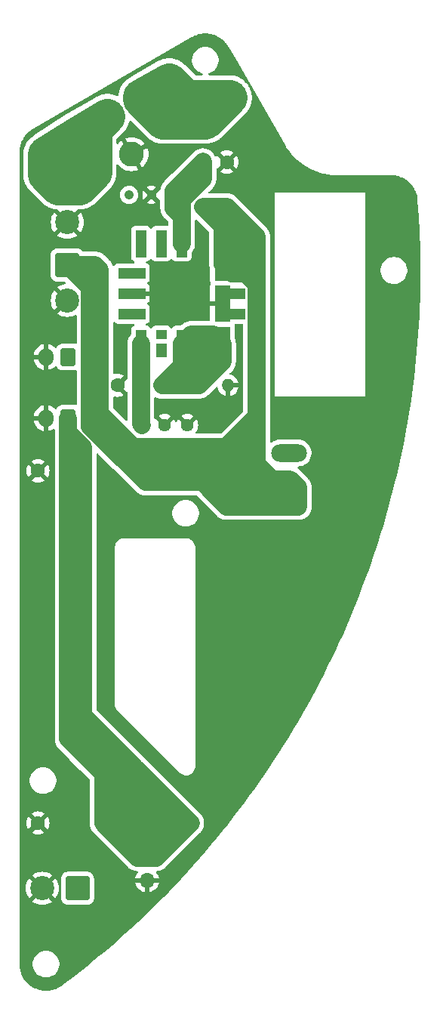
<source format=gbr>
%TF.GenerationSoftware,KiCad,Pcbnew,7.0.9*%
%TF.CreationDate,2024-01-11T17:45:52+09:00*%
%TF.ProjectId,PowerSuplyUnit,506f7765-7253-4757-906c-79556e69742e,rev?*%
%TF.SameCoordinates,Original*%
%TF.FileFunction,Copper,L1,Top*%
%TF.FilePolarity,Positive*%
%FSLAX46Y46*%
G04 Gerber Fmt 4.6, Leading zero omitted, Abs format (unit mm)*
G04 Created by KiCad (PCBNEW 7.0.9) date 2024-01-11 17:45:52*
%MOMM*%
%LPD*%
G01*
G04 APERTURE LIST*
G04 Aperture macros list*
%AMRoundRect*
0 Rectangle with rounded corners*
0 $1 Rounding radius*
0 $2 $3 $4 $5 $6 $7 $8 $9 X,Y pos of 4 corners*
0 Add a 4 corners polygon primitive as box body*
4,1,4,$2,$3,$4,$5,$6,$7,$8,$9,$2,$3,0*
0 Add four circle primitives for the rounded corners*
1,1,$1+$1,$2,$3*
1,1,$1+$1,$4,$5*
1,1,$1+$1,$6,$7*
1,1,$1+$1,$8,$9*
0 Add four rect primitives between the rounded corners*
20,1,$1+$1,$2,$3,$4,$5,0*
20,1,$1+$1,$4,$5,$6,$7,0*
20,1,$1+$1,$6,$7,$8,$9,0*
20,1,$1+$1,$8,$9,$2,$3,0*%
%AMHorizOval*
0 Thick line with rounded ends*
0 $1 width*
0 $2 $3 position (X,Y) of the first rounded end (center of the circle)*
0 $4 $5 position (X,Y) of the second rounded end (center of the circle)*
0 Add line between two ends*
20,1,$1,$2,$3,$4,$5,0*
0 Add two circle primitives to create the rounded ends*
1,1,$1,$2,$3*
1,1,$1,$4,$5*%
%AMRotRect*
0 Rectangle, with rotation*
0 The origin of the aperture is its center*
0 $1 length*
0 $2 width*
0 $3 Rotation angle, in degrees counterclockwise*
0 Add horizontal line*
21,1,$1,$2,0,0,$3*%
%AMOutline4P*
0 Free polygon, 4 corners , with rotation*
0 The origin of the aperture is its center*
0 number of corners: always 4*
0 $1 to $8 corner X, Y*
0 $9 Rotation angle, in degrees counterclockwise*
0 create outline with 4 corners*
4,1,4,$1,$2,$3,$4,$5,$6,$7,$8,$1,$2,$9*%
G04 Aperture macros list end*
%TA.AperFunction,ComponentPad*%
%ADD10RotRect,2.800000X2.800000X210.000000*%
%TD*%
%TA.AperFunction,ComponentPad*%
%ADD11HorizOval,2.800000X0.000000X0.000000X0.000000X0.000000X0*%
%TD*%
%TA.AperFunction,SMDPad,CuDef*%
%ADD12Outline4P,-1.500000X-0.600000X1.500000X-0.600000X1.500000X0.600000X-1.500000X0.600000X270.000000*%
%TD*%
%TA.AperFunction,SMDPad,CuDef*%
%ADD13Outline4P,-2.035000X-0.885000X2.035000X-0.885000X2.035000X0.885000X-2.035000X0.885000X270.000000*%
%TD*%
%TA.AperFunction,SMDPad,CuDef*%
%ADD14Outline4P,-0.600000X-1.500000X0.600000X-1.500000X0.600000X1.500000X-0.600000X1.500000X270.000000*%
%TD*%
%TA.AperFunction,SMDPad,CuDef*%
%ADD15Outline4P,-0.885000X-2.035000X0.885000X-2.035000X0.885000X2.035000X-0.885000X2.035000X270.000000*%
%TD*%
%TA.AperFunction,SMDPad,CuDef*%
%ADD16Outline4P,-0.750000X-0.600000X0.750000X-0.600000X0.750000X0.600000X-0.750000X0.600000X270.000000*%
%TD*%
%TA.AperFunction,SMDPad,CuDef*%
%ADD17Outline4P,-0.500000X-0.600000X0.500000X-0.600000X0.500000X0.600000X-0.500000X0.600000X270.000000*%
%TD*%
%TA.AperFunction,ComponentPad*%
%ADD18RoundRect,0.250000X0.600000X0.750000X-0.600000X0.750000X-0.600000X-0.750000X0.600000X-0.750000X0*%
%TD*%
%TA.AperFunction,ComponentPad*%
%ADD19O,1.700000X2.000000*%
%TD*%
%TA.AperFunction,ComponentPad*%
%ADD20O,4.000000X2.000000*%
%TD*%
%TA.AperFunction,ComponentPad*%
%ADD21RoundRect,0.250001X-1.099999X1.099999X-1.099999X-1.099999X1.099999X-1.099999X1.099999X1.099999X0*%
%TD*%
%TA.AperFunction,ComponentPad*%
%ADD22C,2.700000*%
%TD*%
%TA.AperFunction,ComponentPad*%
%ADD23RoundRect,0.250001X1.099999X1.099999X-1.099999X1.099999X-1.099999X-1.099999X1.099999X-1.099999X0*%
%TD*%
%TA.AperFunction,ComponentPad*%
%ADD24C,1.600000*%
%TD*%
%TA.AperFunction,ComponentPad*%
%ADD25C,1.400000*%
%TD*%
%TA.AperFunction,ComponentPad*%
%ADD26O,1.400000X1.400000*%
%TD*%
%TA.AperFunction,ComponentPad*%
%ADD27C,1.440000*%
%TD*%
%TA.AperFunction,ComponentPad*%
%ADD28HorizOval,1.500000X-0.300000X0.519615X0.300000X-0.519615X0*%
%TD*%
%TA.AperFunction,ComponentPad*%
%ADD29R,1.700000X1.700000*%
%TD*%
%TA.AperFunction,ComponentPad*%
%ADD30O,1.700000X1.700000*%
%TD*%
%TA.AperFunction,ComponentPad*%
%ADD31C,1.050000*%
%TD*%
%TA.AperFunction,ViaPad*%
%ADD32C,0.800000*%
%TD*%
%TA.AperFunction,Conductor*%
%ADD33C,4.000000*%
%TD*%
%TA.AperFunction,Conductor*%
%ADD34C,2.000000*%
%TD*%
G04 APERTURE END LIST*
D10*
%TO.P,D1,1,K*%
%TO.N,Net-(D1-K)*%
X155105262Y-54991000D03*
D11*
%TO.P,D1,2,A*%
%TO.N,GND*%
X144106739Y-61341000D03*
%TD*%
D12*
%TO.P,U1,1,ON/OFF_CTRL*%
%TO.N,Net-(U1-ON{slash}OFF_CTRL)*%
X149733000Y-71362000D03*
%TO.P,U1,2,VIN*%
%TO.N,+12V*%
X154313000Y-71362000D03*
D13*
X154313000Y-73527000D03*
D14*
X155333000Y-74672000D03*
%TO.P,U1,3,GND*%
%TO.N,GND*%
X155333000Y-76962000D03*
D13*
X154313000Y-78107000D03*
D14*
X155333000Y-79252000D03*
D15*
%TO.P,U1,4,VOUT*%
%TO.N,+5V*%
X153168000Y-81562000D03*
D12*
X154313000Y-82562000D03*
%TO.P,U1,5,SENSE*%
X149733000Y-82562000D03*
%TO.P,U1,6,TRIM*%
%TO.N,Net-(U1-TRIM)*%
X145153000Y-82562000D03*
D14*
%TO.P,U1,7,GND*%
%TO.N,GND*%
X144133000Y-76962000D03*
%TO.P,U1,8*%
%TO.N,N/C*%
X144133000Y-74672000D03*
D12*
%TO.P,U1,9*%
X145153000Y-71362000D03*
%TO.P,U1,10,PG_OUT*%
%TO.N,unconnected-(U1-PG_OUT-Pad10)*%
X147443000Y-71362000D03*
D16*
%TO.P,U1,11*%
%TO.N,N/C*%
X147443000Y-83312000D03*
D14*
%TO.P,U1,12*%
X144133000Y-79252000D03*
D17*
%TO.P,U1,13*%
X147443000Y-81562000D03*
%TD*%
D18*
%TO.P,J1,1,Pin_1*%
%TO.N,+48V*%
X137009000Y-90932000D03*
D19*
%TO.P,J1,2,Pin_2*%
%TO.N,GND*%
X134509000Y-90932000D03*
%TD*%
D20*
%TO.P,SW2,1*%
%TO.N,+12V*%
X161798000Y-100838000D03*
%TO.P,SW2,2*%
%TO.N,Net-(D1-K)*%
X161798000Y-94838000D03*
%TD*%
D21*
%TO.P,J2,1,Pin_1*%
%TO.N,+12V*%
X136906000Y-73764000D03*
D22*
%TO.P,J2,2,Pin_2*%
%TO.N,GND*%
X136906000Y-77724000D03*
%TD*%
D23*
%TO.P,J2,1,Pin_1*%
%TO.N,+12V*%
X138053900Y-143653600D03*
D22*
%TO.P,J2,2,Pin_2*%
%TO.N,GND*%
X134093900Y-143653600D03*
%TD*%
D24*
%TO.P,C2,1*%
%TO.N,+5V*%
X147534000Y-87249000D03*
%TO.P,C2,2*%
%TO.N,GND*%
X142534000Y-87249000D03*
%TD*%
D25*
%TO.P,R1,1*%
%TO.N,+12V*%
X152113000Y-67270000D03*
D26*
%TO.P,R1,2*%
%TO.N,Net-(U1-ON{slash}OFF_CTRL)*%
X152113000Y-62190000D03*
%TD*%
D25*
%TO.P,R2,1*%
%TO.N,+5V*%
X149860000Y-87249000D03*
D26*
%TO.P,R2,2*%
%TO.N,GND*%
X154940000Y-87249000D03*
%TD*%
D27*
%TO.P,RV1,1,1*%
%TO.N,GND*%
X150368000Y-91694000D03*
%TO.P,RV1,2,2*%
X147828000Y-91694000D03*
%TO.P,RV1,3,3*%
%TO.N,Net-(U1-TRIM)*%
X145288000Y-91694000D03*
%TD*%
D24*
%TO.P,C1,1*%
%TO.N,+12V*%
X154813000Y-67230000D03*
%TO.P,C1,2*%
%TO.N,GND*%
X154813000Y-62230000D03*
%TD*%
D28*
%TO.P,F1,1*%
%TO.N,Net-(BT1-+)*%
X138203502Y-58936000D03*
X141407796Y-57086000D03*
%TO.P,F1,2*%
%TO.N,Net-(D1-K)*%
X145131706Y-54936000D03*
X148336000Y-53086000D03*
%TD*%
D29*
%TO.P,J4,1,Pin_1*%
%TO.N,+48V*%
X145846800Y-140203000D03*
D30*
%TO.P,J4,2,Pin_2*%
%TO.N,GND*%
X145846800Y-142743000D03*
%TD*%
D31*
%TO.P,SW1,1*%
%TO.N,Net-(U1-ON{slash}OFF_CTRL)*%
X148844000Y-65913000D03*
%TO.P,SW1,2*%
%TO.N,GND*%
X146344000Y-65913000D03*
%TO.P,SW1,3*%
%TO.N,N/C*%
X143844000Y-65913000D03*
%TD*%
D18*
%TO.P,J3,1,Pin_1*%
%TO.N,+5V*%
X137009000Y-84074000D03*
D19*
%TO.P,J3,2,Pin_2*%
%TO.N,GND*%
X134509000Y-84074000D03*
%TD*%
D24*
%TO.P,U2,1,IN+*%
%TO.N,+12V*%
X150752000Y-96837500D03*
%TO.P,U2,2,IN-*%
%TO.N,GND*%
X133604000Y-96837500D03*
%TO.P,U2,3,OUT+*%
%TO.N,+48V*%
X150752000Y-136334500D03*
%TO.P,U2,4,OUT-*%
%TO.N,GND*%
X133604000Y-136334500D03*
%TD*%
D21*
%TO.P,BT1,1,+*%
%TO.N,Net-(BT1-+)*%
X136906000Y-65024000D03*
D22*
%TO.P,BT1,2,-*%
%TO.N,GND*%
X136906000Y-68984000D03*
%TD*%
D32*
%TO.N,GND*%
X152146000Y-127965200D03*
X161899600Y-125018800D03*
X138887200Y-131826000D03*
X143002000Y-72644000D03*
X153670000Y-60706000D03*
X173736000Y-78486000D03*
X174742520Y-68458551D03*
X140716000Y-123190000D03*
X145288000Y-101600000D03*
X164084000Y-96774000D03*
X133604000Y-99060000D03*
X160782000Y-89916000D03*
X149479000Y-76835000D03*
X141071600Y-110896400D03*
X152095200Y-117398800D03*
X140716000Y-96012000D03*
X146812000Y-68580000D03*
X153619200Y-136245600D03*
X145084800Y-145745200D03*
X165455600Y-104444800D03*
X142748000Y-89408000D03*
X141732000Y-66294000D03*
X148336000Y-142646400D03*
X146558000Y-63246000D03*
X133604000Y-128270000D03*
X150622000Y-60706000D03*
X158445200Y-130556000D03*
X143129000Y-81280000D03*
X152247600Y-106730800D03*
X154990800Y-103022400D03*
X171704000Y-96266000D03*
X154940000Y-90932000D03*
X167132000Y-113030000D03*
X134112000Y-114452400D03*
X147421600Y-129743200D03*
X161696400Y-110337600D03*
X147320000Y-89408000D03*
%TD*%
D33*
%TO.N,Net-(BT1-+)*%
X136906000Y-65024000D02*
X136906000Y-60233502D01*
X136906000Y-65024000D02*
X135890000Y-65024000D01*
X139903200Y-58590596D02*
X139903200Y-63398400D01*
X138203502Y-58936000D02*
X141407796Y-57086000D01*
X141407796Y-57086000D02*
X139903200Y-58590596D01*
X135890000Y-65024000D02*
X134467600Y-63601600D01*
X134467600Y-63601600D02*
X134467600Y-61366400D01*
X134467600Y-61366400D02*
X138203502Y-58936000D01*
X139903200Y-63398400D02*
X138277600Y-65024000D01*
X136906000Y-60233502D02*
X138203502Y-58936000D01*
X138277600Y-65024000D02*
X136906000Y-65024000D01*
D34*
%TO.N,+12V*%
X158597600Y-97637600D02*
X161798000Y-100838000D01*
X156870400Y-73101200D02*
X156870400Y-69291200D01*
X136906000Y-73764000D02*
X140534000Y-77392000D01*
X152687250Y-98772750D02*
X156548050Y-98772750D01*
X158140400Y-92405200D02*
X158140400Y-93268800D01*
X156548050Y-98772750D02*
X156733700Y-98958400D01*
X155830900Y-68247900D02*
X156870400Y-69287400D01*
X140563600Y-74269600D02*
X140058000Y-73764000D01*
X154940000Y-95605600D02*
X155092400Y-95453200D01*
X150752000Y-96837500D02*
X144437100Y-96837500D01*
X140058000Y-73764000D02*
X136906000Y-73764000D01*
X161798000Y-100838000D02*
X162814000Y-100838000D01*
X136906000Y-73764000D02*
X139448400Y-73764000D01*
X155016200Y-69062600D02*
X155016200Y-71653400D01*
X156870400Y-69287400D02*
X156870400Y-69291200D01*
X156840056Y-74672000D02*
X158140400Y-75972344D01*
X158394400Y-100838000D02*
X154752500Y-100838000D01*
X154813000Y-67230000D02*
X155830900Y-68247900D01*
X156667200Y-73304400D02*
X156870400Y-73101200D01*
X144344000Y-94183200D02*
X140534000Y-90373200D01*
X154736800Y-94183200D02*
X144344000Y-94183200D01*
X158140400Y-70561200D02*
X158140400Y-75972344D01*
X154752500Y-100838000D02*
X153728650Y-99814150D01*
X154813000Y-67230000D02*
X154813000Y-71450200D01*
X144437100Y-96837500D02*
X145694400Y-98094800D01*
X158140400Y-96062800D02*
X159867600Y-97790000D01*
X154313000Y-71362000D02*
X154313000Y-69470000D01*
X161899600Y-97790000D02*
X159867600Y-97790000D01*
X144437100Y-96837500D02*
X143205200Y-95605600D01*
X157797500Y-96837500D02*
X158140400Y-97180400D01*
X161798000Y-100838000D02*
X158394400Y-100838000D01*
X155803600Y-93116400D02*
X155092400Y-93827600D01*
X156548050Y-98772750D02*
X158140400Y-97180400D01*
X155092400Y-95453200D02*
X155092400Y-96837500D01*
X155830900Y-68247900D02*
X155016200Y-69062600D01*
X155092400Y-96837500D02*
X156159200Y-96837500D01*
X156733700Y-98958400D02*
X159410400Y-98958400D01*
X159410400Y-97790000D02*
X159410400Y-98958400D01*
X145694400Y-98094800D02*
X152009300Y-98094800D01*
X155016200Y-71653400D02*
X156667200Y-73304400D01*
X162814000Y-100838000D02*
X162814000Y-98704400D01*
X154313000Y-73652000D02*
X155333000Y-74672000D01*
X155092400Y-93827600D02*
X155092400Y-95453200D01*
X159867600Y-97790000D02*
X159410400Y-97790000D01*
X156870400Y-69291200D02*
X158140400Y-70561200D01*
X156851350Y-94164150D02*
X155803600Y-93116400D01*
X154313000Y-71362000D02*
X154313000Y-67730000D01*
X159410400Y-97790000D02*
X158750000Y-97790000D01*
X158140400Y-93268800D02*
X158140400Y-97180400D01*
X158140400Y-93268800D02*
X158140400Y-96062800D01*
X158750000Y-97790000D02*
X158597600Y-97637600D01*
X140534000Y-90373200D02*
X140534000Y-92934400D01*
X158140400Y-90779600D02*
X154736800Y-94183200D01*
X159410400Y-99822000D02*
X159402550Y-99814150D01*
X143205200Y-95605600D02*
X154940000Y-95605600D01*
X158140400Y-94856300D02*
X156851350Y-96145350D01*
X155333000Y-74672000D02*
X156840056Y-74672000D01*
X159402550Y-99814150D02*
X153728650Y-99814150D01*
X152113000Y-67270000D02*
X154773000Y-67270000D01*
X154313000Y-67730000D02*
X154813000Y-67230000D01*
X162814000Y-98704400D02*
X162331400Y-98221800D01*
X159410400Y-98958400D02*
X161594800Y-98958400D01*
X140534000Y-92934400D02*
X141097000Y-93497400D01*
X153728650Y-99814150D02*
X152687250Y-98772750D01*
X140563600Y-74879200D02*
X140563600Y-74269600D01*
X158140400Y-71120000D02*
X158140400Y-88950800D01*
X159410400Y-99822000D02*
X158394400Y-100838000D01*
X140534000Y-77392000D02*
X140563600Y-77362400D01*
X156851350Y-96145350D02*
X156159200Y-96837500D01*
X140534000Y-77392000D02*
X140534000Y-90373200D01*
X156851350Y-96145350D02*
X156851350Y-94164150D01*
X156159200Y-96837500D02*
X157797500Y-96837500D01*
X139448400Y-73764000D02*
X140563600Y-74879200D01*
X140563600Y-77362400D02*
X140563600Y-74269600D01*
X158140400Y-97180400D02*
X158597600Y-97637600D01*
X152009300Y-98094800D02*
X152687250Y-98772750D01*
X158140400Y-92405200D02*
X158140400Y-94856300D01*
X161594800Y-98958400D02*
X162331400Y-98221800D01*
X158140400Y-88950800D02*
X158140400Y-92405200D01*
X158140400Y-90779600D02*
X155803600Y-93116400D01*
X139456000Y-76314000D02*
X136906000Y-73764000D01*
X162331400Y-98221800D02*
X161899600Y-97790000D01*
X154773000Y-67270000D02*
X154813000Y-67230000D01*
X154813000Y-71450200D02*
X155016200Y-71653400D01*
X139456000Y-91856400D02*
X139456000Y-76314000D01*
X150752000Y-96837500D02*
X155092400Y-96837500D01*
X152687250Y-98772750D02*
X150752000Y-96837500D01*
X154313000Y-69470000D02*
X152113000Y-67270000D01*
X154313000Y-69470000D02*
X154313000Y-73652000D01*
X143205200Y-95605600D02*
X139456000Y-91856400D01*
X159410400Y-98958400D02*
X159410400Y-99822000D01*
X158140400Y-88950800D02*
X158140400Y-90779600D01*
%TO.N,+5V*%
X151825000Y-85050000D02*
X149733000Y-85050000D01*
X151805000Y-85050000D02*
X149733000Y-87122000D01*
X150733000Y-81562000D02*
X149733000Y-82562000D01*
X149733000Y-85050000D02*
X149733000Y-84997000D01*
X153168000Y-81562000D02*
X150733000Y-81562000D01*
X154313000Y-82562000D02*
X154313000Y-84599400D01*
X149733000Y-84997000D02*
X153168000Y-81562000D01*
X147534000Y-87249000D02*
X149860000Y-87249000D01*
X154313000Y-84599400D02*
X151663400Y-87249000D01*
X149733000Y-82562000D02*
X149733000Y-87122000D01*
X149733000Y-87122000D02*
X149860000Y-87249000D01*
X149733000Y-85050000D02*
X147534000Y-87249000D01*
X149733000Y-82562000D02*
X149733000Y-85050000D01*
X151663400Y-87249000D02*
X149860000Y-87249000D01*
X151825000Y-85050000D02*
X151805000Y-85050000D01*
X153313000Y-81562000D02*
X154313000Y-82562000D01*
X154313000Y-82562000D02*
X151825000Y-85050000D01*
X153168000Y-81562000D02*
X153313000Y-81562000D01*
D33*
%TO.N,Net-(D1-K)*%
X148336000Y-53086000D02*
X150241000Y-54991000D01*
X145131706Y-54936000D02*
X150186000Y-54936000D01*
X152489062Y-57607200D02*
X155105262Y-54991000D01*
D34*
X155050262Y-54936000D02*
X155105262Y-54991000D01*
D33*
X152349200Y-57607200D02*
X152489062Y-57607200D01*
X150241000Y-54991000D02*
X155105262Y-54991000D01*
X152298400Y-57658000D02*
X152349200Y-57607200D01*
X145131706Y-55136001D02*
X147653705Y-57658000D01*
X145131706Y-54936000D02*
X145131706Y-55136001D01*
X147653705Y-57658000D02*
X152298400Y-57658000D01*
X145131706Y-54936000D02*
X148336000Y-53086000D01*
X150186000Y-54936000D02*
X150241000Y-54991000D01*
D34*
%TO.N,+48V*%
X147726400Y-136334500D02*
X146443700Y-136334500D01*
X144775000Y-140203000D02*
X140931900Y-136359900D01*
X146248350Y-131830850D02*
X144978350Y-131830850D01*
X144546550Y-130129050D02*
X144546550Y-132262650D01*
X138176000Y-127355600D02*
X138176000Y-128066800D01*
X137009000Y-126899800D02*
X137009000Y-119938800D01*
X146248350Y-133405650D02*
X144881600Y-134772400D01*
X144978350Y-131830850D02*
X144546550Y-132262650D01*
X142240000Y-132130800D02*
X141528800Y-131419600D01*
X146405600Y-138074400D02*
X148145500Y-136334500D01*
X137009000Y-119938800D02*
X137009000Y-122591500D01*
X137009000Y-122591500D02*
X141269950Y-126852450D01*
X143967200Y-136334500D02*
X142900400Y-136334500D01*
X144546550Y-130129050D02*
X144241750Y-130129050D01*
X148691600Y-136334500D02*
X147726400Y-136334500D01*
X140030200Y-129921000D02*
X139446000Y-129336800D01*
X137617200Y-124409200D02*
X138826700Y-124409200D01*
X144546550Y-132262650D02*
X143459200Y-133350000D01*
X142539950Y-128122450D02*
X140741400Y-129921000D01*
X137009000Y-90932000D02*
X137009000Y-92520670D01*
X145948400Y-135839200D02*
X144881600Y-134772400D01*
X139446000Y-128676400D02*
X139446000Y-129336800D01*
X148145500Y-136334500D02*
X148691600Y-136334500D01*
X147950150Y-133532650D02*
X148788350Y-134370850D01*
X139903200Y-128219200D02*
X139446000Y-128676400D01*
X141269950Y-126852450D02*
X142539950Y-128122450D01*
X146405600Y-139293600D02*
X143967200Y-136855200D01*
X139974550Y-125557050D02*
X141269950Y-126852450D01*
X146405600Y-140203000D02*
X146405600Y-138074400D01*
X143301950Y-128884450D02*
X144546550Y-130129050D01*
X141528800Y-130657600D02*
X141528800Y-131419600D01*
X150752000Y-136334500D02*
X148691600Y-136334500D01*
X143052800Y-135420100D02*
X143967200Y-136334500D01*
X137009000Y-92520670D02*
X138684000Y-94195670D01*
X137009000Y-122591500D02*
X137617200Y-123199700D01*
X139974550Y-125557050D02*
X138176000Y-127355600D01*
X146248350Y-133405650D02*
X145105350Y-132262650D01*
X144241750Y-130129050D02*
X143052800Y-131318000D01*
X145105350Y-132262650D02*
X144546550Y-132262650D01*
X145948400Y-135534400D02*
X145948400Y-135839200D01*
X146248350Y-131830850D02*
X147950150Y-133532650D01*
X146248350Y-131830850D02*
X146248350Y-133405650D01*
X137617200Y-124409200D02*
X137617200Y-127508000D01*
X143052800Y-131318000D02*
X142240000Y-132130800D01*
X142539950Y-128122450D02*
X143301950Y-128884450D01*
X150752000Y-136334500D02*
X143967200Y-136334500D01*
X146405600Y-140203000D02*
X144775000Y-140203000D01*
X146443700Y-136334500D02*
X145948400Y-135839200D01*
X144881600Y-134772400D02*
X143459200Y-133350000D01*
X139446000Y-129336800D02*
X138176000Y-128066800D01*
X148788350Y-134370850D02*
X147726400Y-135432800D01*
X138684000Y-124266500D02*
X139974550Y-125557050D01*
X142240000Y-132130800D02*
X142900400Y-132791200D01*
X141528800Y-131419600D02*
X140030200Y-129921000D01*
X140931900Y-136359900D02*
X140931900Y-136334500D01*
X147726400Y-135432800D02*
X147726400Y-136334500D01*
X142900400Y-136334500D02*
X141986000Y-136334500D01*
X140741400Y-129921000D02*
X140030200Y-129921000D01*
X140931900Y-136334500D02*
X140931900Y-129247900D01*
X141269950Y-126852450D02*
X139903200Y-128219200D01*
X141986000Y-136334500D02*
X140931900Y-136334500D01*
X137617200Y-127508000D02*
X137009000Y-126899800D01*
X143301950Y-128884450D02*
X141528800Y-130657600D01*
X143052800Y-131318000D02*
X143052800Y-135420100D01*
X137009000Y-90932000D02*
X137009000Y-119938800D01*
X137617200Y-123199700D02*
X137617200Y-124409200D01*
X146883500Y-140203000D02*
X146405600Y-140203000D01*
X143459200Y-133350000D02*
X142240000Y-132130800D01*
X138826700Y-124409200D02*
X139974550Y-125557050D01*
X143967200Y-136855200D02*
X143967200Y-136334500D01*
X140931900Y-129247900D02*
X139903200Y-128219200D01*
X146405600Y-140203000D02*
X146405600Y-139293600D01*
X142900400Y-132791200D02*
X142900400Y-136334500D01*
X147950150Y-133532650D02*
X145948400Y-135534400D01*
X138684000Y-94195670D02*
X138684000Y-124266500D01*
X144546550Y-130129050D02*
X146248350Y-131830850D01*
X138176000Y-128066800D02*
X137617200Y-127508000D01*
X148788350Y-134370850D02*
X150752000Y-136334500D01*
X150752000Y-136334500D02*
X146883500Y-140203000D01*
%TO.N,Net-(U1-ON{slash}OFF_CTRL)*%
X149733000Y-64570000D02*
X149733000Y-68275200D01*
X149733000Y-64570000D02*
X148844000Y-65459000D01*
X152113000Y-62190000D02*
X152113000Y-64091800D01*
X148844000Y-65913000D02*
X149733000Y-66802000D01*
X148844000Y-65459000D02*
X148844000Y-65913000D01*
X148844000Y-65913000D02*
X148844000Y-67386200D01*
X149733000Y-68275200D02*
X149733000Y-71362000D01*
X148844000Y-67386200D02*
X149733000Y-68275200D01*
X149733000Y-66471800D02*
X149733000Y-66802000D01*
X149733000Y-66802000D02*
X149733000Y-67310000D01*
X152113000Y-62190000D02*
X149733000Y-64570000D01*
X152113000Y-64091800D02*
X149733000Y-66471800D01*
X149733000Y-67310000D02*
X149733000Y-68275200D01*
%TO.N,Net-(U1-TRIM)*%
X145153000Y-82562000D02*
X145153000Y-91559000D01*
X145153000Y-91559000D02*
X145288000Y-91694000D01*
%TD*%
%TA.AperFunction,Conductor*%
%TO.N,GND*%
G36*
X156582939Y-80371685D02*
G01*
X156628694Y-80424489D01*
X156639900Y-80476000D01*
X156639900Y-90106710D01*
X156620215Y-90173749D01*
X156603581Y-90194391D01*
X154151591Y-92646381D01*
X154090268Y-92679866D01*
X154063910Y-92682700D01*
X151402980Y-92682700D01*
X151335941Y-92663015D01*
X151290186Y-92610211D01*
X151280242Y-92541053D01*
X151304550Y-92486688D01*
X151303039Y-92485630D01*
X151428582Y-92306336D01*
X151428586Y-92306330D01*
X151518802Y-92112859D01*
X151518805Y-92112853D01*
X151574054Y-91906662D01*
X151574055Y-91906654D01*
X151592660Y-91694002D01*
X151592660Y-91693997D01*
X151574055Y-91481345D01*
X151574054Y-91481337D01*
X151518805Y-91275146D01*
X151518802Y-91275140D01*
X151428586Y-91081670D01*
X151389583Y-91025967D01*
X150765953Y-91649597D01*
X150753165Y-91568852D01*
X150695641Y-91455955D01*
X150606045Y-91366359D01*
X150493148Y-91308835D01*
X150412401Y-91296046D01*
X151036031Y-90672416D01*
X151036030Y-90672415D01*
X150980330Y-90633413D01*
X150980328Y-90633412D01*
X150786859Y-90543197D01*
X150786853Y-90543194D01*
X150580662Y-90487945D01*
X150580654Y-90487944D01*
X150368002Y-90469340D01*
X150367998Y-90469340D01*
X150155345Y-90487944D01*
X150155337Y-90487945D01*
X149949146Y-90543194D01*
X149949140Y-90543197D01*
X149755667Y-90633414D01*
X149699967Y-90672414D01*
X150323599Y-91296046D01*
X150242852Y-91308835D01*
X150129955Y-91366359D01*
X150040359Y-91455955D01*
X149982835Y-91568852D01*
X149970046Y-91649599D01*
X149346414Y-91025967D01*
X149307414Y-91081667D01*
X149217197Y-91275140D01*
X149215342Y-91280236D01*
X149213714Y-91279643D01*
X149181404Y-91332645D01*
X149118555Y-91363170D01*
X149049180Y-91354871D01*
X148995305Y-91310383D01*
X148981412Y-91279961D01*
X148980658Y-91280236D01*
X148978802Y-91275140D01*
X148888586Y-91081670D01*
X148849583Y-91025967D01*
X148225953Y-91649597D01*
X148213165Y-91568852D01*
X148155641Y-91455955D01*
X148066045Y-91366359D01*
X147953148Y-91308835D01*
X147872401Y-91296046D01*
X148496031Y-90672416D01*
X148496030Y-90672415D01*
X148440330Y-90633413D01*
X148440328Y-90633412D01*
X148246859Y-90543197D01*
X148246853Y-90543194D01*
X148040662Y-90487945D01*
X148040654Y-90487944D01*
X147828002Y-90469340D01*
X147827998Y-90469340D01*
X147615345Y-90487944D01*
X147615337Y-90487945D01*
X147409146Y-90543194D01*
X147409140Y-90543197D01*
X147215667Y-90633414D01*
X147159967Y-90672414D01*
X147783599Y-91296046D01*
X147702852Y-91308835D01*
X147589955Y-91366359D01*
X147500359Y-91455955D01*
X147442835Y-91568852D01*
X147430046Y-91649599D01*
X146806414Y-91025967D01*
X146788308Y-91027552D01*
X146719808Y-91013786D01*
X146669625Y-90965171D01*
X146653500Y-90904024D01*
X146653500Y-88691078D01*
X146673185Y-88624039D01*
X146725989Y-88578284D01*
X146795147Y-88568340D01*
X146827306Y-88577521D01*
X146902836Y-88610652D01*
X146986687Y-88651644D01*
X147007119Y-88657726D01*
X147012873Y-88659440D01*
X147020096Y-88662087D01*
X147045119Y-88673063D01*
X147135563Y-88695966D01*
X147225019Y-88722599D01*
X147252145Y-88725979D01*
X147259684Y-88727398D01*
X147286179Y-88734108D01*
X147379168Y-88741813D01*
X147471779Y-88753357D01*
X147565035Y-88749500D01*
X149797933Y-88749500D01*
X149828974Y-88749500D01*
X149922221Y-88753357D01*
X149938914Y-88751276D01*
X149949342Y-88749977D01*
X149957018Y-88749500D01*
X151566381Y-88749500D01*
X151574052Y-88749975D01*
X151601179Y-88753357D01*
X151694435Y-88749500D01*
X151725467Y-88749500D01*
X151756390Y-88746937D01*
X151849637Y-88743081D01*
X151876382Y-88737472D01*
X151883982Y-88736364D01*
X151911221Y-88734108D01*
X151911224Y-88734107D01*
X151911226Y-88734107D01*
X151911229Y-88734106D01*
X152001688Y-88711198D01*
X152093014Y-88692049D01*
X152118477Y-88682112D01*
X152125774Y-88679774D01*
X152152281Y-88673063D01*
X152237735Y-88635579D01*
X152324674Y-88601656D01*
X152348161Y-88587659D01*
X152354981Y-88584149D01*
X152380007Y-88573173D01*
X152458120Y-88522139D01*
X152538294Y-88474366D01*
X152559154Y-88456697D01*
X152565294Y-88452117D01*
X152588185Y-88437164D01*
X152656835Y-88373966D01*
X152680526Y-88353902D01*
X152702478Y-88331949D01*
X152771138Y-88268744D01*
X152787930Y-88247167D01*
X152793004Y-88241422D01*
X153563783Y-87470643D01*
X153625104Y-87437160D01*
X153694796Y-87442144D01*
X153750729Y-87484016D01*
X153770729Y-87524392D01*
X153816240Y-87684350D01*
X153915368Y-87883425D01*
X154049391Y-88060900D01*
X154213738Y-88210721D01*
X154402820Y-88327797D01*
X154402822Y-88327798D01*
X154610195Y-88408135D01*
X154690000Y-88423052D01*
X154690000Y-87497938D01*
X154771115Y-87561072D01*
X154881595Y-87599000D01*
X154969005Y-87599000D01*
X155055216Y-87584614D01*
X155157947Y-87529019D01*
X155185581Y-87499000D01*
X155190000Y-87499000D01*
X155190000Y-88423052D01*
X155269804Y-88408135D01*
X155477177Y-88327798D01*
X155477179Y-88327797D01*
X155666261Y-88210721D01*
X155830608Y-88060900D01*
X155964631Y-87883425D01*
X156063760Y-87684349D01*
X156116495Y-87499000D01*
X155190000Y-87499000D01*
X155185581Y-87499000D01*
X155237060Y-87443079D01*
X155283982Y-87336108D01*
X155293628Y-87219698D01*
X155264953Y-87106462D01*
X155201064Y-87008673D01*
X155188636Y-86999000D01*
X156116495Y-86999000D01*
X156063760Y-86813650D01*
X155964631Y-86614574D01*
X155830608Y-86437099D01*
X155666261Y-86287278D01*
X155477179Y-86170202D01*
X155477177Y-86170201D01*
X155269804Y-86089865D01*
X155227024Y-86081868D01*
X155164743Y-86050200D01*
X155129470Y-85989887D01*
X155132404Y-85920079D01*
X155162126Y-85872300D01*
X155305422Y-85729004D01*
X155311167Y-85723930D01*
X155332744Y-85707138D01*
X155395949Y-85638478D01*
X155417902Y-85616526D01*
X155437966Y-85592835D01*
X155501164Y-85524185D01*
X155516117Y-85501294D01*
X155520697Y-85495154D01*
X155538366Y-85474294D01*
X155586134Y-85394127D01*
X155637173Y-85316007D01*
X155648148Y-85290984D01*
X155651668Y-85284147D01*
X155665655Y-85260674D01*
X155678413Y-85227977D01*
X155699574Y-85173748D01*
X155725405Y-85114857D01*
X155737063Y-85088281D01*
X155743774Y-85061774D01*
X155746112Y-85054477D01*
X155756049Y-85029014D01*
X155775196Y-84937697D01*
X155798108Y-84847221D01*
X155800364Y-84819983D01*
X155801471Y-84812380D01*
X155807080Y-84785637D01*
X155810936Y-84692405D01*
X155813500Y-84661467D01*
X155813500Y-84630426D01*
X155817357Y-84537179D01*
X155813975Y-84510053D01*
X155813500Y-84502381D01*
X155813500Y-82659018D01*
X155813976Y-82651342D01*
X155817357Y-82624221D01*
X155814889Y-82564558D01*
X155814889Y-82559432D01*
X155817357Y-82499780D01*
X155814451Y-82476468D01*
X155809968Y-82440510D01*
X155809548Y-82435431D01*
X155807081Y-82375763D01*
X155801473Y-82349016D01*
X155800364Y-82341406D01*
X155799493Y-82330898D01*
X155798108Y-82314179D01*
X155791396Y-82287674D01*
X155789978Y-82280142D01*
X155786598Y-82253019D01*
X155769559Y-82195789D01*
X155768303Y-82190825D01*
X155756050Y-82132386D01*
X155746112Y-82106920D01*
X155743774Y-82099623D01*
X155737063Y-82073119D01*
X155726084Y-82048089D01*
X155723446Y-82040896D01*
X155715644Y-82014687D01*
X155715639Y-82014676D01*
X155713780Y-82009910D01*
X155714694Y-82009553D01*
X155703499Y-81961157D01*
X155703499Y-80629129D01*
X155703498Y-80629123D01*
X155702324Y-80618204D01*
X155697091Y-80569517D01*
X155697091Y-80569516D01*
X155678374Y-80519333D01*
X155673390Y-80449641D01*
X155706875Y-80388318D01*
X155768199Y-80354834D01*
X155794556Y-80352000D01*
X156515900Y-80352000D01*
X156582939Y-80371685D01*
G37*
%TD.AperFunction*%
%TA.AperFunction,Conductor*%
G36*
X143616181Y-87977628D02*
G01*
X143649666Y-88038951D01*
X143652500Y-88065309D01*
X143652500Y-91070310D01*
X143632815Y-91137349D01*
X143580011Y-91183104D01*
X143510853Y-91193048D01*
X143447297Y-91164023D01*
X143440819Y-91157991D01*
X142070819Y-89787991D01*
X142037334Y-89726668D01*
X142034500Y-89700310D01*
X142034500Y-88622619D01*
X142054185Y-88555580D01*
X142106989Y-88509825D01*
X142176147Y-88499881D01*
X142190593Y-88502844D01*
X142307390Y-88534139D01*
X142307400Y-88534141D01*
X142533998Y-88553966D01*
X142534002Y-88553966D01*
X142760599Y-88534141D01*
X142760610Y-88534139D01*
X142980317Y-88475269D01*
X142980331Y-88475264D01*
X143186478Y-88379136D01*
X143259472Y-88328025D01*
X142578400Y-87646953D01*
X142659148Y-87634165D01*
X142772045Y-87576641D01*
X142861641Y-87487045D01*
X142919165Y-87374148D01*
X142931953Y-87293400D01*
X143616181Y-87977628D01*
G37*
%TD.AperFunction*%
%TA.AperFunction,Conductor*%
G36*
X142239703Y-80166516D02*
G01*
X142257762Y-80185912D01*
X142275454Y-80209546D01*
X142275455Y-80209546D01*
X142275456Y-80209548D01*
X142390664Y-80295793D01*
X142390671Y-80295797D01*
X142525517Y-80346091D01*
X142525516Y-80346091D01*
X142532444Y-80346835D01*
X142585127Y-80352500D01*
X144335765Y-80352499D01*
X144402803Y-80372184D01*
X144448558Y-80424987D01*
X144458502Y-80494146D01*
X144429477Y-80557702D01*
X144379098Y-80592681D01*
X144310669Y-80618203D01*
X144310664Y-80618206D01*
X144195455Y-80704452D01*
X144195452Y-80704455D01*
X144109206Y-80819664D01*
X144109202Y-80819671D01*
X144058908Y-80954517D01*
X144052501Y-81014116D01*
X144052500Y-81014135D01*
X144052500Y-81493600D01*
X144032815Y-81560639D01*
X144019731Y-81577582D01*
X143964834Y-81637217D01*
X143828826Y-81845393D01*
X143728936Y-82073118D01*
X143667892Y-82314175D01*
X143667890Y-82314186D01*
X143652500Y-82499935D01*
X143652500Y-86432690D01*
X143632815Y-86499729D01*
X143616181Y-86520371D01*
X142931953Y-87204598D01*
X142919165Y-87123852D01*
X142861641Y-87010955D01*
X142772045Y-86921359D01*
X142659148Y-86863835D01*
X142578400Y-86851046D01*
X143259472Y-86169974D01*
X143259471Y-86169973D01*
X143186483Y-86118866D01*
X143186481Y-86118865D01*
X142980326Y-86022734D01*
X142980317Y-86022730D01*
X142760610Y-85963860D01*
X142760599Y-85963858D01*
X142534002Y-85944034D01*
X142533998Y-85944034D01*
X142307400Y-85963858D01*
X142307389Y-85963860D01*
X142190593Y-85995155D01*
X142120743Y-85993492D01*
X142062880Y-85954329D01*
X142035377Y-85890100D01*
X142034500Y-85875380D01*
X142034500Y-80260229D01*
X142054185Y-80193190D01*
X142106989Y-80147435D01*
X142176147Y-80137491D01*
X142239703Y-80166516D01*
G37*
%TD.AperFunction*%
%TA.AperFunction,Conductor*%
G36*
X151438703Y-68718177D02*
G01*
X151445181Y-68724209D01*
X152776181Y-70055209D01*
X152809666Y-70116532D01*
X152812500Y-70142890D01*
X152812500Y-73554981D01*
X152812024Y-73562651D01*
X152809258Y-73584847D01*
X152808643Y-73589779D01*
X152812500Y-73683035D01*
X152812500Y-73714064D01*
X152815062Y-73744990D01*
X152818918Y-73838233D01*
X152824526Y-73864983D01*
X152825635Y-73872590D01*
X152827891Y-73899818D01*
X152827891Y-73899819D01*
X152827892Y-73899821D01*
X152850801Y-73990288D01*
X152869951Y-74081614D01*
X152873454Y-74090593D01*
X152879882Y-74107067D01*
X152882227Y-74114387D01*
X152888936Y-74140878D01*
X152917056Y-74204986D01*
X152927500Y-74254796D01*
X152927500Y-75609870D01*
X152927501Y-75609876D01*
X152933908Y-75669483D01*
X152973033Y-75774381D01*
X152978017Y-75844073D01*
X152973033Y-75861047D01*
X152934403Y-75964619D01*
X152934401Y-75964627D01*
X152928000Y-76024155D01*
X152928000Y-77857000D01*
X154439000Y-77857000D01*
X154506039Y-77876685D01*
X154551794Y-77929489D01*
X154563000Y-77981000D01*
X154563000Y-78233000D01*
X154543315Y-78300039D01*
X154490511Y-78345794D01*
X154439000Y-78357000D01*
X152928000Y-78357000D01*
X152928000Y-79937500D01*
X152908315Y-80004539D01*
X152855511Y-80050294D01*
X152804000Y-80061500D01*
X150830019Y-80061500D01*
X150822347Y-80061024D01*
X150795221Y-80057643D01*
X150795219Y-80057643D01*
X150701965Y-80061500D01*
X150670933Y-80061500D01*
X150640009Y-80064062D01*
X150546765Y-80067918D01*
X150546751Y-80067920D01*
X150520017Y-80073526D01*
X150512409Y-80074635D01*
X150485185Y-80076890D01*
X150485175Y-80076892D01*
X150416311Y-80094331D01*
X150394725Y-80099797D01*
X150380755Y-80102726D01*
X150303390Y-80118948D01*
X150303375Y-80118953D01*
X150277920Y-80128886D01*
X150270599Y-80131231D01*
X150244119Y-80137937D01*
X150244113Y-80137939D01*
X150158667Y-80175419D01*
X150071723Y-80209345D01*
X150048247Y-80223333D01*
X150041413Y-80226851D01*
X150016388Y-80237829D01*
X150016385Y-80237830D01*
X149938275Y-80288862D01*
X149858101Y-80336637D01*
X149837250Y-80354297D01*
X149831087Y-80358892D01*
X149808215Y-80373835D01*
X149808212Y-80373838D01*
X149739554Y-80437042D01*
X149715871Y-80457100D01*
X149701246Y-80471725D01*
X149693933Y-80479039D01*
X149677523Y-80494146D01*
X149639955Y-80528730D01*
X149577300Y-80559652D01*
X149555972Y-80561500D01*
X149085129Y-80561500D01*
X149085123Y-80561501D01*
X149025516Y-80567908D01*
X148890671Y-80618202D01*
X148890664Y-80618206D01*
X148775455Y-80704452D01*
X148687266Y-80822257D01*
X148631332Y-80864127D01*
X148561640Y-80869111D01*
X148500318Y-80835625D01*
X148488734Y-80822257D01*
X148439964Y-80757109D01*
X148400546Y-80704454D01*
X148400544Y-80704453D01*
X148400544Y-80704452D01*
X148285335Y-80618206D01*
X148285328Y-80618202D01*
X148150482Y-80567908D01*
X148150483Y-80567908D01*
X148090883Y-80561501D01*
X148090881Y-80561500D01*
X148090873Y-80561500D01*
X148090864Y-80561500D01*
X146795129Y-80561500D01*
X146795123Y-80561501D01*
X146735516Y-80567908D01*
X146600671Y-80618202D01*
X146600664Y-80618206D01*
X146485455Y-80704452D01*
X146397266Y-80822257D01*
X146341332Y-80864127D01*
X146271640Y-80869111D01*
X146210318Y-80835625D01*
X146198734Y-80822257D01*
X146149964Y-80757109D01*
X146110546Y-80704454D01*
X146110544Y-80704453D01*
X146110544Y-80704452D01*
X145995335Y-80618206D01*
X145995328Y-80618202D01*
X145860482Y-80567908D01*
X145860484Y-80567908D01*
X145827421Y-80564354D01*
X145762870Y-80537616D01*
X145723022Y-80480223D01*
X145720529Y-80410398D01*
X145756182Y-80350309D01*
X145797345Y-80324883D01*
X145875326Y-80295798D01*
X145875326Y-80295797D01*
X145875331Y-80295796D01*
X145990546Y-80209546D01*
X146076796Y-80094331D01*
X146127091Y-79959483D01*
X146133500Y-79899873D01*
X146133499Y-78604128D01*
X146127091Y-78544517D01*
X146076796Y-78409669D01*
X146076795Y-78409668D01*
X146076793Y-78409664D01*
X145990547Y-78294455D01*
X145872325Y-78205953D01*
X145830455Y-78150019D01*
X145825471Y-78080327D01*
X145858957Y-78019005D01*
X145872326Y-78007420D01*
X145990191Y-77919186D01*
X146076350Y-77804093D01*
X146076354Y-77804086D01*
X146126596Y-77669379D01*
X146126598Y-77669372D01*
X146132999Y-77609844D01*
X146133000Y-77609827D01*
X146133000Y-77212000D01*
X144007000Y-77212000D01*
X143939961Y-77192315D01*
X143894206Y-77139511D01*
X143883000Y-77088000D01*
X143883000Y-76836000D01*
X143902685Y-76768961D01*
X143955489Y-76723206D01*
X144007000Y-76712000D01*
X146133000Y-76712000D01*
X146133000Y-76314172D01*
X146132999Y-76314155D01*
X146126598Y-76254627D01*
X146126596Y-76254620D01*
X146076354Y-76119913D01*
X146076350Y-76119906D01*
X145990190Y-76004812D01*
X145990187Y-76004809D01*
X145872326Y-75916578D01*
X145830455Y-75860645D01*
X145825471Y-75790953D01*
X145858956Y-75729630D01*
X145872326Y-75718045D01*
X145875329Y-75715796D01*
X145875331Y-75715796D01*
X145990546Y-75629546D01*
X146076796Y-75514331D01*
X146127091Y-75379483D01*
X146133500Y-75319873D01*
X146133499Y-74024128D01*
X146127091Y-73964517D01*
X146102960Y-73899819D01*
X146076797Y-73829671D01*
X146076793Y-73829664D01*
X145990547Y-73714455D01*
X145990544Y-73714452D01*
X145875335Y-73628206D01*
X145875328Y-73628202D01*
X145797344Y-73599116D01*
X145741410Y-73557245D01*
X145716993Y-73491780D01*
X145731845Y-73423507D01*
X145781250Y-73374102D01*
X145827423Y-73359644D01*
X145860483Y-73356091D01*
X145995331Y-73305796D01*
X146110546Y-73219546D01*
X146196796Y-73104331D01*
X146196796Y-73104329D01*
X146198733Y-73101743D01*
X146254667Y-73059872D01*
X146324359Y-73054888D01*
X146385682Y-73088373D01*
X146397267Y-73101743D01*
X146399203Y-73104329D01*
X146399204Y-73104331D01*
X146485454Y-73219546D01*
X146500131Y-73230533D01*
X146600664Y-73305793D01*
X146600671Y-73305797D01*
X146735517Y-73356091D01*
X146735516Y-73356091D01*
X146742444Y-73356835D01*
X146795127Y-73362500D01*
X148090872Y-73362499D01*
X148150483Y-73356091D01*
X148285331Y-73305796D01*
X148400546Y-73219546D01*
X148486796Y-73104331D01*
X148486796Y-73104329D01*
X148488733Y-73101743D01*
X148544667Y-73059872D01*
X148614359Y-73054888D01*
X148675682Y-73088373D01*
X148687267Y-73101743D01*
X148689203Y-73104329D01*
X148689204Y-73104331D01*
X148775454Y-73219546D01*
X148790131Y-73230533D01*
X148890664Y-73305793D01*
X148890671Y-73305797D01*
X149025517Y-73356091D01*
X149025516Y-73356091D01*
X149032444Y-73356835D01*
X149085127Y-73362500D01*
X150380872Y-73362499D01*
X150440483Y-73356091D01*
X150575331Y-73305796D01*
X150690546Y-73219546D01*
X150776796Y-73104331D01*
X150827091Y-72969483D01*
X150833500Y-72909873D01*
X150833499Y-72430397D01*
X150853183Y-72363359D01*
X150866266Y-72346418D01*
X150921164Y-72286785D01*
X151057173Y-72078607D01*
X151157063Y-71850881D01*
X151218108Y-71609821D01*
X151233500Y-71424067D01*
X151233500Y-68811890D01*
X151253185Y-68744851D01*
X151305989Y-68699096D01*
X151375147Y-68689152D01*
X151438703Y-68718177D01*
G37*
%TD.AperFunction*%
%TA.AperFunction,Conductor*%
G36*
X152454141Y-47803337D02*
G01*
X152615687Y-47811804D01*
X152774238Y-47826672D01*
X152778109Y-47827159D01*
X152936856Y-47852302D01*
X152939722Y-47852828D01*
X153094301Y-47885081D01*
X153097628Y-47885873D01*
X153252899Y-47927478D01*
X153256176Y-47928455D01*
X153406166Y-47977810D01*
X153408939Y-47978799D01*
X153558942Y-48036379D01*
X153562555Y-48037900D01*
X153707336Y-48104316D01*
X153851438Y-48177740D01*
X153855243Y-48179853D01*
X153991818Y-48262146D01*
X154126911Y-48349877D01*
X154130860Y-48352668D01*
X154257817Y-48450085D01*
X154382179Y-48550791D01*
X154386176Y-48554323D01*
X154502384Y-48666264D01*
X154614276Y-48778156D01*
X154618169Y-48782432D01*
X154677845Y-48854456D01*
X154723394Y-48909432D01*
X154755020Y-48948487D01*
X154820459Y-49029299D01*
X154824149Y-49034358D01*
X154924875Y-49188198D01*
X154996753Y-49298881D01*
X154998443Y-49301637D01*
X156076015Y-51168047D01*
X161366223Y-60330956D01*
X161366608Y-60331493D01*
X161437438Y-60454177D01*
X161478167Y-60524723D01*
X161741195Y-60914686D01*
X161741809Y-60915596D01*
X162032064Y-61287111D01*
X162032064Y-61287110D01*
X162288987Y-61572457D01*
X162347529Y-61637476D01*
X162686662Y-61964980D01*
X162686663Y-61964981D01*
X162886075Y-62132310D01*
X163047826Y-62268037D01*
X163429246Y-62545160D01*
X163829067Y-62795000D01*
X163829072Y-62795003D01*
X163829073Y-62795003D01*
X164239462Y-63013215D01*
X164245351Y-63016346D01*
X164676034Y-63208103D01*
X164676035Y-63208103D01*
X164676044Y-63208107D01*
X164894976Y-63287794D01*
X165119072Y-63369361D01*
X165119073Y-63369361D01*
X165572272Y-63499317D01*
X165898572Y-63568676D01*
X166033436Y-63597344D01*
X166033435Y-63597344D01*
X166074697Y-63603142D01*
X166116881Y-63609071D01*
X166121235Y-63611043D01*
X166169974Y-63616533D01*
X166495045Y-63662222D01*
X166500313Y-63662963D01*
X166567655Y-63667671D01*
X166601605Y-63670046D01*
X166609621Y-63673021D01*
X166683878Y-63675800D01*
X166970619Y-63695853D01*
X166970620Y-63695853D01*
X167181586Y-63695853D01*
X167181590Y-63695854D01*
X167206253Y-63695854D01*
X167206352Y-63695854D01*
X167206852Y-63695854D01*
X173221195Y-63695854D01*
X173224497Y-63695942D01*
X173345041Y-63702370D01*
X173546396Y-63713934D01*
X173552686Y-63714621D01*
X173703472Y-63738924D01*
X173873840Y-63768538D01*
X173879518Y-63769803D01*
X174032488Y-63811536D01*
X174193203Y-63858940D01*
X174198240Y-63860665D01*
X174259072Y-63884459D01*
X174348242Y-63919339D01*
X174500667Y-63984062D01*
X174504988Y-63986099D01*
X174649134Y-64061032D01*
X174792382Y-64142342D01*
X174796026Y-64144581D01*
X174930966Y-64234136D01*
X174933194Y-64235688D01*
X175064886Y-64331908D01*
X175067877Y-64334238D01*
X175116101Y-64374237D01*
X175192671Y-64437750D01*
X175195137Y-64439909D01*
X175314810Y-64550442D01*
X175317175Y-64552746D01*
X175430237Y-64668921D01*
X175432809Y-64671732D01*
X175539144Y-64795355D01*
X175540918Y-64797514D01*
X175640829Y-64924852D01*
X175643375Y-64928341D01*
X175735785Y-65064686D01*
X175816818Y-65194293D01*
X175821906Y-65202430D01*
X175824298Y-65206609D01*
X175861430Y-65277773D01*
X175900891Y-65353402D01*
X175971266Y-65498263D01*
X175973389Y-65503158D01*
X176033398Y-65659640D01*
X176087113Y-65808780D01*
X176088832Y-65814364D01*
X176131863Y-65981859D01*
X176168039Y-66130212D01*
X176169224Y-66136442D01*
X176176721Y-66190921D01*
X176196648Y-66335741D01*
X176212650Y-66455663D01*
X176213045Y-66459560D01*
X176350277Y-68431619D01*
X176426136Y-69957117D01*
X176448977Y-70421987D01*
X176488717Y-71750776D01*
X176508054Y-72419481D01*
X176520612Y-73661709D01*
X176527207Y-74417702D01*
X176515644Y-75612214D01*
X176506434Y-76415828D01*
X176472123Y-77579783D01*
X176445741Y-78413156D01*
X176389446Y-79555109D01*
X176345153Y-80408910D01*
X176267326Y-81534277D01*
X176204718Y-82402145D01*
X176105635Y-83514551D01*
X176024489Y-84392158D01*
X175904393Y-85493406D01*
X175804533Y-86378217D01*
X175663598Y-87469686D01*
X175544951Y-88359413D01*
X175383310Y-89442086D01*
X175245836Y-90335042D01*
X175063621Y-91409478D01*
X174907318Y-92304255D01*
X174704620Y-93370973D01*
X174529542Y-94266232D01*
X174306437Y-95325590D01*
X174112646Y-96220266D01*
X173869261Y-97272242D01*
X173656803Y-98165557D01*
X173393215Y-99210269D01*
X173162208Y-100101278D01*
X172878505Y-101138721D01*
X172629048Y-102026716D01*
X172325346Y-103056734D01*
X172057537Y-103941096D01*
X171733927Y-104963592D01*
X171447918Y-105843616D01*
X171104511Y-106858409D01*
X170800440Y-107733513D01*
X170437301Y-108740533D01*
X170115350Y-109610073D01*
X169732621Y-110609017D01*
X169392960Y-111472458D01*
X168990679Y-112463286D01*
X168633529Y-113320010D01*
X168211852Y-114302379D01*
X167837379Y-115151954D01*
X167396378Y-116125715D01*
X167004848Y-116967528D01*
X166544642Y-117932421D01*
X166136244Y-118766074D01*
X165656945Y-119721851D01*
X165231971Y-120546766D01*
X164733629Y-121493297D01*
X164292383Y-122308929D01*
X163775116Y-123245946D01*
X163317868Y-124051854D01*
X162781696Y-124979253D01*
X162308902Y-125774712D01*
X161753835Y-126692394D01*
X161265784Y-127477021D01*
X160691981Y-128384625D01*
X160188996Y-129158006D01*
X159596486Y-130055380D01*
X159079087Y-130816845D01*
X158467779Y-131703996D01*
X157936485Y-132452933D01*
X157306375Y-133329717D01*
X156761697Y-134065584D01*
X156112679Y-134931973D01*
X155555295Y-135654060D01*
X154887195Y-136510083D01*
X154317864Y-137217648D01*
X153630407Y-138063420D01*
X153049939Y-138755738D01*
X152342844Y-139591329D01*
X151752324Y-140267437D01*
X151024953Y-141093278D01*
X150425690Y-141752071D01*
X149677359Y-142568553D01*
X149071035Y-143208662D01*
X148300464Y-144016708D01*
X147689514Y-144636166D01*
X146894959Y-145437016D01*
X146282477Y-146033454D01*
X145461281Y-146829032D01*
X144852309Y-147398562D01*
X144000111Y-148192095D01*
X143402348Y-148728939D01*
X142511953Y-149525732D01*
X141939876Y-150019015D01*
X140997468Y-150829350D01*
X140482212Y-151255814D01*
X139457189Y-152102489D01*
X139092412Y-152392201D01*
X137896093Y-153341178D01*
X136323352Y-154538819D01*
X136320058Y-154541162D01*
X136185842Y-154630180D01*
X136043961Y-154723657D01*
X136038205Y-154727021D01*
X135891389Y-154802535D01*
X135740748Y-154878359D01*
X135734969Y-154880907D01*
X135578553Y-154940581D01*
X135422005Y-154997710D01*
X135416319Y-154999480D01*
X135253226Y-155041799D01*
X135215079Y-155050873D01*
X135091866Y-155080178D01*
X135086371Y-155081226D01*
X134918908Y-155105387D01*
X134754537Y-155124723D01*
X134749319Y-155125114D01*
X134579760Y-155130662D01*
X134414362Y-155130777D01*
X134409493Y-155130589D01*
X134240000Y-155117362D01*
X134075727Y-155098268D01*
X134071268Y-155097585D01*
X133903969Y-155065676D01*
X133742986Y-155027622D01*
X133738982Y-155026533D01*
X133577448Y-154976733D01*
X133574540Y-154975757D01*
X133420402Y-154919750D01*
X133416882Y-154918348D01*
X133261791Y-154851007D01*
X133258685Y-154849555D01*
X133112126Y-154776040D01*
X133109106Y-154774419D01*
X132962387Y-154690371D01*
X132959158Y-154688388D01*
X132822106Y-154598333D01*
X132819586Y-154596586D01*
X132683079Y-154496888D01*
X132679825Y-154494341D01*
X132608831Y-154434816D01*
X132553052Y-154388049D01*
X132427427Y-154273021D01*
X132424230Y-154269872D01*
X132310712Y-154149632D01*
X132198730Y-154021648D01*
X132195668Y-154017858D01*
X132096891Y-153885256D01*
X131999933Y-153746006D01*
X131997133Y-153741601D01*
X131914342Y-153598281D01*
X131833577Y-153449611D01*
X131831132Y-153444581D01*
X131765416Y-153292312D01*
X131713824Y-153165744D01*
X131701797Y-153136237D01*
X131699823Y-153130642D01*
X131652027Y-152971070D01*
X131606310Y-152809949D01*
X131604901Y-152803813D01*
X131575609Y-152637771D01*
X131548341Y-152474903D01*
X131547596Y-152468283D01*
X131537151Y-152289063D01*
X131536114Y-152270334D01*
X133017900Y-152270334D01*
X133058829Y-152515616D01*
X133139569Y-152750802D01*
X133139572Y-152750811D01*
X133171576Y-152809949D01*
X133257926Y-152969509D01*
X133410662Y-153165744D01*
X133524045Y-153270120D01*
X133593617Y-153334166D01*
X133801793Y-153470173D01*
X134029518Y-153570063D01*
X134140846Y-153598255D01*
X134270579Y-153631108D01*
X134270581Y-153631108D01*
X134270586Y-153631109D01*
X134403776Y-153642145D01*
X134456333Y-153646500D01*
X134456335Y-153646500D01*
X134580465Y-153646500D01*
X134580467Y-153646500D01*
X134641684Y-153641427D01*
X134766213Y-153631109D01*
X134766216Y-153631108D01*
X134766221Y-153631108D01*
X135007281Y-153570063D01*
X135235007Y-153470173D01*
X135443185Y-153334164D01*
X135626138Y-153165744D01*
X135778874Y-152969509D01*
X135897228Y-152750810D01*
X135977971Y-152515614D01*
X136018900Y-152270335D01*
X136018900Y-152021665D01*
X135977971Y-151776386D01*
X135897228Y-151541190D01*
X135778874Y-151322491D01*
X135626138Y-151126256D01*
X135443185Y-150957836D01*
X135443182Y-150957833D01*
X135235006Y-150821826D01*
X135007281Y-150721936D01*
X134766224Y-150660892D01*
X134766213Y-150660890D01*
X134600948Y-150647197D01*
X134580467Y-150645500D01*
X134456333Y-150645500D01*
X134436921Y-150647108D01*
X134270586Y-150660890D01*
X134270575Y-150660892D01*
X134029518Y-150721936D01*
X133801793Y-150821826D01*
X133593617Y-150957833D01*
X133410661Y-151126257D01*
X133257924Y-151322493D01*
X133139572Y-151541188D01*
X133139569Y-151541197D01*
X133058829Y-151776383D01*
X133017900Y-152021665D01*
X133017900Y-152270334D01*
X131536114Y-152270334D01*
X131528816Y-152138493D01*
X131528722Y-152135074D01*
X131528722Y-143653601D01*
X132239174Y-143653601D01*
X132258052Y-143917560D01*
X132314300Y-144176128D01*
X132406784Y-144424087D01*
X132533601Y-144656335D01*
X132533606Y-144656343D01*
X132620938Y-144773006D01*
X132620939Y-144773006D01*
X133342666Y-144051279D01*
X133386216Y-144133422D01*
X133505909Y-144274335D01*
X133653095Y-144386223D01*
X133695302Y-144405750D01*
X132974492Y-145126559D01*
X132974493Y-145126560D01*
X133091156Y-145213893D01*
X133091164Y-145213898D01*
X133323413Y-145340715D01*
X133323412Y-145340715D01*
X133571371Y-145433199D01*
X133829939Y-145489447D01*
X134093899Y-145508326D01*
X134093901Y-145508326D01*
X134357860Y-145489447D01*
X134616428Y-145433199D01*
X134864387Y-145340715D01*
X135096635Y-145213898D01*
X135096636Y-145213897D01*
X135213306Y-145126559D01*
X134890362Y-144803615D01*
X136203400Y-144803615D01*
X136213900Y-144906395D01*
X136213901Y-144906396D01*
X136269086Y-145072935D01*
X136269087Y-145072937D01*
X136361186Y-145222251D01*
X136361189Y-145222255D01*
X136485244Y-145346310D01*
X136485248Y-145346313D01*
X136634562Y-145438412D01*
X136634564Y-145438413D01*
X136634566Y-145438414D01*
X136801103Y-145493599D01*
X136903892Y-145504100D01*
X136903897Y-145504100D01*
X139203903Y-145504100D01*
X139203908Y-145504100D01*
X139306697Y-145493599D01*
X139473234Y-145438414D01*
X139622555Y-145346311D01*
X139746611Y-145222255D01*
X139838714Y-145072934D01*
X139893899Y-144906397D01*
X139904400Y-144803608D01*
X139904400Y-142503592D01*
X139893899Y-142400803D01*
X139838714Y-142234266D01*
X139805636Y-142180639D01*
X139746613Y-142084948D01*
X139746610Y-142084944D01*
X139622555Y-141960889D01*
X139622551Y-141960886D01*
X139473237Y-141868787D01*
X139473235Y-141868786D01*
X139389965Y-141841193D01*
X139306697Y-141813601D01*
X139306695Y-141813600D01*
X139203915Y-141803100D01*
X139203908Y-141803100D01*
X136903892Y-141803100D01*
X136903884Y-141803100D01*
X136801104Y-141813600D01*
X136801103Y-141813601D01*
X136634564Y-141868786D01*
X136634562Y-141868787D01*
X136485248Y-141960886D01*
X136485244Y-141960889D01*
X136361189Y-142084944D01*
X136361186Y-142084948D01*
X136269087Y-142234262D01*
X136269086Y-142234264D01*
X136213901Y-142400803D01*
X136213900Y-142400804D01*
X136203400Y-142503584D01*
X136203400Y-144803615D01*
X134890362Y-144803615D01*
X134492509Y-144405761D01*
X134611331Y-144334269D01*
X134745558Y-144207123D01*
X134848761Y-144054908D01*
X135566859Y-144773006D01*
X135654197Y-144656336D01*
X135654198Y-144656335D01*
X135781015Y-144424087D01*
X135873499Y-144176128D01*
X135929747Y-143917560D01*
X135948626Y-143653601D01*
X135948626Y-143653598D01*
X135929747Y-143389639D01*
X135873499Y-143131071D01*
X135781015Y-142883112D01*
X135654198Y-142650864D01*
X135654193Y-142650856D01*
X135566860Y-142534193D01*
X135566859Y-142534192D01*
X134845132Y-143255919D01*
X134801584Y-143173778D01*
X134681891Y-143032865D01*
X134534705Y-142920977D01*
X134492496Y-142901449D01*
X135213306Y-142180639D01*
X135213306Y-142180638D01*
X135096643Y-142093306D01*
X135096635Y-142093301D01*
X134864386Y-141966484D01*
X134864387Y-141966484D01*
X134616428Y-141874000D01*
X134357860Y-141817752D01*
X134093901Y-141798874D01*
X134093899Y-141798874D01*
X133829939Y-141817752D01*
X133571371Y-141874000D01*
X133323412Y-141966484D01*
X133091164Y-142093301D01*
X132974493Y-142180639D01*
X133695291Y-142901437D01*
X133576469Y-142972931D01*
X133442242Y-143100077D01*
X133339038Y-143252292D01*
X132620939Y-142534193D01*
X132533601Y-142650864D01*
X132406784Y-142883112D01*
X132314300Y-143131071D01*
X132258052Y-143389639D01*
X132239174Y-143653598D01*
X132239174Y-143653601D01*
X131528722Y-143653601D01*
X131528722Y-136334502D01*
X132299034Y-136334502D01*
X132318858Y-136561099D01*
X132318860Y-136561110D01*
X132377730Y-136780817D01*
X132377734Y-136780826D01*
X132473865Y-136986981D01*
X132473866Y-136986983D01*
X132524973Y-137059971D01*
X132524974Y-137059972D01*
X133206046Y-136378899D01*
X133218835Y-136459648D01*
X133276359Y-136572545D01*
X133365955Y-136662141D01*
X133478852Y-136719665D01*
X133559599Y-136732453D01*
X132878526Y-137413525D01*
X132878526Y-137413526D01*
X132951512Y-137464631D01*
X132951516Y-137464633D01*
X133157673Y-137560765D01*
X133157682Y-137560769D01*
X133377389Y-137619639D01*
X133377400Y-137619641D01*
X133603998Y-137639466D01*
X133604002Y-137639466D01*
X133830599Y-137619641D01*
X133830610Y-137619639D01*
X134050317Y-137560769D01*
X134050331Y-137560764D01*
X134256478Y-137464636D01*
X134329472Y-137413525D01*
X133648401Y-136732453D01*
X133729148Y-136719665D01*
X133842045Y-136662141D01*
X133931641Y-136572545D01*
X133989165Y-136459648D01*
X134001953Y-136378900D01*
X134683025Y-137059972D01*
X134734136Y-136986978D01*
X134830264Y-136780831D01*
X134830269Y-136780817D01*
X134889139Y-136561110D01*
X134889141Y-136561099D01*
X134908966Y-136334502D01*
X134908966Y-136334497D01*
X134889141Y-136107900D01*
X134889139Y-136107889D01*
X134830269Y-135888182D01*
X134830265Y-135888173D01*
X134734133Y-135682016D01*
X134734131Y-135682012D01*
X134683026Y-135609026D01*
X134683025Y-135609026D01*
X134001953Y-136290098D01*
X133989165Y-136209352D01*
X133931641Y-136096455D01*
X133842045Y-136006859D01*
X133729148Y-135949335D01*
X133648400Y-135936546D01*
X134329472Y-135255474D01*
X134329471Y-135255473D01*
X134256483Y-135204366D01*
X134256481Y-135204365D01*
X134050326Y-135108234D01*
X134050317Y-135108230D01*
X133830610Y-135049360D01*
X133830599Y-135049358D01*
X133604002Y-135029534D01*
X133603998Y-135029534D01*
X133377400Y-135049358D01*
X133377389Y-135049360D01*
X133157682Y-135108230D01*
X133157673Y-135108234D01*
X132951513Y-135204368D01*
X132878527Y-135255472D01*
X132878526Y-135255473D01*
X133559600Y-135936546D01*
X133478852Y-135949335D01*
X133365955Y-136006859D01*
X133276359Y-136096455D01*
X133218835Y-136209352D01*
X133206046Y-136290099D01*
X132524973Y-135609026D01*
X132524972Y-135609027D01*
X132473868Y-135682013D01*
X132377734Y-135888173D01*
X132377730Y-135888182D01*
X132318860Y-136107889D01*
X132318858Y-136107900D01*
X132299034Y-136334497D01*
X132299034Y-136334502D01*
X131528722Y-136334502D01*
X131528722Y-131696335D01*
X132675000Y-131696335D01*
X132688643Y-131778094D01*
X132715929Y-131941616D01*
X132796669Y-132176802D01*
X132796672Y-132176811D01*
X132907743Y-132382052D01*
X132915026Y-132395509D01*
X133067762Y-132591744D01*
X133227244Y-132738557D01*
X133250717Y-132760166D01*
X133458893Y-132896173D01*
X133686618Y-132996063D01*
X133927675Y-133057107D01*
X133927679Y-133057108D01*
X133927681Y-133057108D01*
X133927686Y-133057109D01*
X134060876Y-133068145D01*
X134113433Y-133072500D01*
X134113435Y-133072500D01*
X134237565Y-133072500D01*
X134237567Y-133072500D01*
X134298784Y-133067427D01*
X134423313Y-133057109D01*
X134423316Y-133057108D01*
X134423321Y-133057108D01*
X134664381Y-132996063D01*
X134892107Y-132896173D01*
X135100285Y-132760164D01*
X135283238Y-132591744D01*
X135435974Y-132395509D01*
X135554328Y-132176810D01*
X135635071Y-131941614D01*
X135676000Y-131696335D01*
X135676000Y-131447665D01*
X135635071Y-131202386D01*
X135554328Y-130967190D01*
X135435974Y-130748491D01*
X135283238Y-130552256D01*
X135100285Y-130383836D01*
X135100282Y-130383833D01*
X134892106Y-130247826D01*
X134664381Y-130147936D01*
X134423324Y-130086892D01*
X134423313Y-130086890D01*
X134258048Y-130073197D01*
X134237567Y-130071500D01*
X134113433Y-130071500D01*
X134094021Y-130073108D01*
X133927686Y-130086890D01*
X133927675Y-130086892D01*
X133686618Y-130147936D01*
X133458893Y-130247826D01*
X133250717Y-130383833D01*
X133067761Y-130552257D01*
X132915024Y-130748493D01*
X132796672Y-130967188D01*
X132796669Y-130967197D01*
X132715929Y-131202383D01*
X132681634Y-131407908D01*
X132675000Y-131447665D01*
X132675000Y-131696335D01*
X131528722Y-131696335D01*
X131528722Y-96837502D01*
X132299034Y-96837502D01*
X132318858Y-97064099D01*
X132318860Y-97064110D01*
X132377730Y-97283817D01*
X132377734Y-97283826D01*
X132473865Y-97489981D01*
X132473866Y-97489983D01*
X132524973Y-97562971D01*
X132524974Y-97562972D01*
X133206046Y-96881899D01*
X133218835Y-96962648D01*
X133276359Y-97075545D01*
X133365955Y-97165141D01*
X133478852Y-97222665D01*
X133559599Y-97235453D01*
X132878526Y-97916525D01*
X132878526Y-97916526D01*
X132951512Y-97967631D01*
X132951516Y-97967633D01*
X133157673Y-98063765D01*
X133157682Y-98063769D01*
X133377389Y-98122639D01*
X133377400Y-98122641D01*
X133603998Y-98142466D01*
X133604002Y-98142466D01*
X133830599Y-98122641D01*
X133830610Y-98122639D01*
X134050317Y-98063769D01*
X134050331Y-98063764D01*
X134256478Y-97967636D01*
X134329472Y-97916525D01*
X133648401Y-97235453D01*
X133729148Y-97222665D01*
X133842045Y-97165141D01*
X133931641Y-97075545D01*
X133989165Y-96962648D01*
X134001953Y-96881900D01*
X134683025Y-97562972D01*
X134734136Y-97489978D01*
X134830264Y-97283831D01*
X134830269Y-97283817D01*
X134889139Y-97064110D01*
X134889141Y-97064099D01*
X134908966Y-96837502D01*
X134908966Y-96837497D01*
X134889141Y-96610900D01*
X134889139Y-96610889D01*
X134830269Y-96391182D01*
X134830265Y-96391173D01*
X134734133Y-96185016D01*
X134734131Y-96185012D01*
X134683026Y-96112026D01*
X134683025Y-96112026D01*
X134001953Y-96793098D01*
X133989165Y-96712352D01*
X133931641Y-96599455D01*
X133842045Y-96509859D01*
X133729148Y-96452335D01*
X133648400Y-96439546D01*
X134329472Y-95758474D01*
X134329471Y-95758473D01*
X134256483Y-95707366D01*
X134256481Y-95707365D01*
X134050326Y-95611234D01*
X134050317Y-95611230D01*
X133830610Y-95552360D01*
X133830599Y-95552358D01*
X133604002Y-95532534D01*
X133603998Y-95532534D01*
X133377400Y-95552358D01*
X133377389Y-95552360D01*
X133157682Y-95611230D01*
X133157673Y-95611234D01*
X132951513Y-95707368D01*
X132878527Y-95758472D01*
X132878526Y-95758473D01*
X133559600Y-96439546D01*
X133478852Y-96452335D01*
X133365955Y-96509859D01*
X133276359Y-96599455D01*
X133218835Y-96712352D01*
X133206046Y-96793099D01*
X132524973Y-96112026D01*
X132524972Y-96112027D01*
X132473868Y-96185013D01*
X132377734Y-96391173D01*
X132377730Y-96391182D01*
X132318860Y-96610889D01*
X132318858Y-96610900D01*
X132299034Y-96837497D01*
X132299034Y-96837502D01*
X131528722Y-96837502D01*
X131528722Y-91182000D01*
X133162592Y-91182000D01*
X133174430Y-91317315D01*
X133174432Y-91317326D01*
X133235566Y-91545483D01*
X133235570Y-91545492D01*
X133335399Y-91759577D01*
X133335400Y-91759579D01*
X133470886Y-91953073D01*
X133470891Y-91953079D01*
X133637917Y-92120105D01*
X133831421Y-92255600D01*
X134045507Y-92355429D01*
X134045516Y-92355433D01*
X134259000Y-92412634D01*
X134259000Y-91367501D01*
X134366685Y-91416680D01*
X134473237Y-91432000D01*
X134544763Y-91432000D01*
X134651315Y-91416680D01*
X134759000Y-91367501D01*
X134759000Y-92412633D01*
X134972483Y-92355433D01*
X134972492Y-92355429D01*
X135186575Y-92255601D01*
X135313376Y-92166814D01*
X135379582Y-92144487D01*
X135447350Y-92161497D01*
X135495163Y-92212445D01*
X135508500Y-92268389D01*
X135508500Y-92423651D01*
X135508024Y-92431326D01*
X135504643Y-92458449D01*
X135508500Y-92551705D01*
X135508500Y-122494481D01*
X135508024Y-122502156D01*
X135504643Y-122529279D01*
X135508500Y-122622535D01*
X135508500Y-126802781D01*
X135508024Y-126810456D01*
X135504643Y-126837579D01*
X135508500Y-126930835D01*
X135508500Y-126961864D01*
X135511062Y-126992790D01*
X135514918Y-127086033D01*
X135520526Y-127112783D01*
X135521635Y-127120390D01*
X135523891Y-127147618D01*
X135523891Y-127147619D01*
X135523892Y-127147621D01*
X135546801Y-127238088D01*
X135565951Y-127329414D01*
X135565952Y-127329416D01*
X135575882Y-127354867D01*
X135578227Y-127362187D01*
X135584937Y-127388681D01*
X135622420Y-127474135D01*
X135656344Y-127561075D01*
X135670332Y-127584550D01*
X135673852Y-127591388D01*
X135684825Y-127616404D01*
X135684827Y-127616407D01*
X135735860Y-127694520D01*
X135783634Y-127774694D01*
X135801296Y-127795547D01*
X135805887Y-127801704D01*
X135820836Y-127824585D01*
X135820837Y-127824586D01*
X135884033Y-127893235D01*
X135904100Y-127916929D01*
X135926049Y-127938878D01*
X135989257Y-128007539D01*
X136010822Y-128024324D01*
X136016587Y-128029415D01*
X136534251Y-128547079D01*
X136597455Y-128615738D01*
X136611458Y-128626635D01*
X136619023Y-128632523D01*
X136624786Y-128637613D01*
X137070993Y-129083820D01*
X137071015Y-129083844D01*
X137093049Y-129105878D01*
X137156257Y-129174539D01*
X137177822Y-129191324D01*
X137183587Y-129196415D01*
X138363051Y-130375879D01*
X138426255Y-130444538D01*
X138440258Y-130455435D01*
X138447823Y-130461323D01*
X138453586Y-130466413D01*
X138900592Y-130913419D01*
X138905676Y-130919177D01*
X138922458Y-130940739D01*
X138922465Y-130940747D01*
X138991116Y-131003944D01*
X139395081Y-131407908D01*
X139428566Y-131469231D01*
X139431400Y-131495589D01*
X139431400Y-136262881D01*
X139430924Y-136270556D01*
X139427543Y-136297679D01*
X139431400Y-136390935D01*
X139431400Y-136458835D01*
X139434499Y-136477408D01*
X139435292Y-136485055D01*
X139437818Y-136546134D01*
X139443426Y-136572882D01*
X139444535Y-136580490D01*
X139446791Y-136607718D01*
X139446791Y-136607719D01*
X139467396Y-136689084D01*
X139469701Y-136698188D01*
X139488851Y-136789514D01*
X139488852Y-136789516D01*
X139498782Y-136814967D01*
X139501127Y-136822287D01*
X139501709Y-136824586D01*
X139507837Y-136848781D01*
X139534611Y-136909821D01*
X139545320Y-136934235D01*
X139579244Y-137021175D01*
X139593232Y-137044650D01*
X139596752Y-137051488D01*
X139607725Y-137076504D01*
X139607727Y-137076507D01*
X139658760Y-137154620D01*
X139706534Y-137234794D01*
X139724196Y-137255647D01*
X139728787Y-137261804D01*
X139743736Y-137284685D01*
X139743737Y-137284686D01*
X139806933Y-137353335D01*
X139827000Y-137377029D01*
X139848949Y-137398978D01*
X139912157Y-137467639D01*
X139933722Y-137484424D01*
X139939487Y-137489515D01*
X143645384Y-141195412D01*
X143650473Y-141201174D01*
X143667262Y-141222744D01*
X143667264Y-141222746D01*
X143667265Y-141222747D01*
X143735921Y-141285950D01*
X143757866Y-141307894D01*
X143757874Y-141307902D01*
X143781564Y-141327966D01*
X143850215Y-141391164D01*
X143850217Y-141391165D01*
X143850218Y-141391166D01*
X143873086Y-141406106D01*
X143879250Y-141410702D01*
X143900106Y-141428366D01*
X143900113Y-141428370D01*
X143980278Y-141476139D01*
X144031312Y-141509480D01*
X144058393Y-141527173D01*
X144083412Y-141538147D01*
X144090243Y-141541663D01*
X144103657Y-141549656D01*
X144113720Y-141555653D01*
X144113730Y-141555658D01*
X144200663Y-141589579D01*
X144238147Y-141606020D01*
X144286119Y-141627063D01*
X144310908Y-141633340D01*
X144312609Y-141633771D01*
X144319932Y-141636116D01*
X144345386Y-141646049D01*
X144436702Y-141665196D01*
X144527179Y-141688108D01*
X144554415Y-141690364D01*
X144562018Y-141691471D01*
X144588763Y-141697080D01*
X144619840Y-141698365D01*
X144681992Y-141700936D01*
X144684699Y-141701160D01*
X144699722Y-141702405D01*
X144764904Y-141727557D01*
X144806143Y-141783958D01*
X144810343Y-141853701D01*
X144791056Y-141897104D01*
X144673200Y-142065420D01*
X144673199Y-142065422D01*
X144573370Y-142279507D01*
X144573367Y-142279513D01*
X144516164Y-142492999D01*
X144516164Y-142493000D01*
X145413114Y-142493000D01*
X145387307Y-142533156D01*
X145346800Y-142671111D01*
X145346800Y-142814889D01*
X145387307Y-142952844D01*
X145413114Y-142993000D01*
X144516164Y-142993000D01*
X144573367Y-143206486D01*
X144573370Y-143206492D01*
X144673199Y-143420578D01*
X144808694Y-143614082D01*
X144975717Y-143781105D01*
X145169221Y-143916600D01*
X145383307Y-144016429D01*
X145383316Y-144016433D01*
X145596800Y-144073634D01*
X145596800Y-143178501D01*
X145704485Y-143227680D01*
X145811037Y-143243000D01*
X145882563Y-143243000D01*
X145989115Y-143227680D01*
X146096800Y-143178501D01*
X146096800Y-144073633D01*
X146310283Y-144016433D01*
X146310292Y-144016429D01*
X146524378Y-143916600D01*
X146717882Y-143781105D01*
X146884905Y-143614082D01*
X147020400Y-143420578D01*
X147120229Y-143206492D01*
X147120232Y-143206486D01*
X147177436Y-142993000D01*
X146280486Y-142993000D01*
X146306293Y-142952844D01*
X146346800Y-142814889D01*
X146346800Y-142671111D01*
X146306293Y-142533156D01*
X146280486Y-142493000D01*
X147177436Y-142493000D01*
X147177435Y-142492999D01*
X147120232Y-142279513D01*
X147120229Y-142279507D01*
X147020400Y-142065422D01*
X147020399Y-142065420D01*
X146901127Y-141895081D01*
X146878800Y-141828875D01*
X146895810Y-141761108D01*
X146946758Y-141713295D01*
X146997576Y-141700065D01*
X147069737Y-141697081D01*
X147096482Y-141691472D01*
X147104082Y-141690364D01*
X147131321Y-141688108D01*
X147131324Y-141688107D01*
X147131326Y-141688107D01*
X147131329Y-141688106D01*
X147221788Y-141665198D01*
X147221798Y-141665196D01*
X147313114Y-141646049D01*
X147338577Y-141636112D01*
X147345874Y-141633774D01*
X147372381Y-141627063D01*
X147457835Y-141589579D01*
X147544774Y-141555656D01*
X147568261Y-141541659D01*
X147575081Y-141538149D01*
X147600107Y-141527173D01*
X147678220Y-141476139D01*
X147758394Y-141428366D01*
X147779254Y-141410697D01*
X147785394Y-141406117D01*
X147808285Y-141391164D01*
X147876935Y-141327966D01*
X147900626Y-141307902D01*
X147922578Y-141285949D01*
X147991238Y-141222744D01*
X148008030Y-141201167D01*
X148013104Y-141195422D01*
X151791078Y-137417449D01*
X151859738Y-137354244D01*
X151876534Y-137332663D01*
X151881602Y-137326923D01*
X151900932Y-137307595D01*
X151935636Y-137258986D01*
X151938747Y-137254988D01*
X151977366Y-137209394D01*
X151991354Y-137185917D01*
X151995685Y-137179578D01*
X152012474Y-137158009D01*
X152025487Y-137133961D01*
X152029540Y-137127468D01*
X152045429Y-137105216D01*
X152071666Y-137051544D01*
X152074077Y-137047089D01*
X152104656Y-136995774D01*
X152114588Y-136970316D01*
X152117818Y-136963349D01*
X152130828Y-136939310D01*
X152139703Y-136913455D01*
X152142639Y-136906367D01*
X152154644Y-136881813D01*
X152171684Y-136824573D01*
X152173340Y-136819747D01*
X152195049Y-136764114D01*
X152195049Y-136764112D01*
X152195051Y-136764108D01*
X152200654Y-136737382D01*
X152202696Y-136729964D01*
X152211571Y-136704114D01*
X152216068Y-136677159D01*
X152217803Y-136669662D01*
X152225596Y-136643487D01*
X152225598Y-136643481D01*
X152232984Y-136584221D01*
X152233827Y-136579171D01*
X152240754Y-136546134D01*
X152246080Y-136520737D01*
X152247208Y-136493433D01*
X152247999Y-136485802D01*
X152252500Y-136458835D01*
X152252500Y-136431518D01*
X152252977Y-136423842D01*
X152254276Y-136413414D01*
X152256357Y-136396721D01*
X152253889Y-136337062D01*
X152253889Y-136331936D01*
X152255306Y-136297679D01*
X152256357Y-136272279D01*
X152252975Y-136245153D01*
X152252500Y-136237481D01*
X152252500Y-136210169D01*
X152252500Y-136210165D01*
X152247999Y-136183198D01*
X152247208Y-136175563D01*
X152246080Y-136148263D01*
X152236426Y-136102227D01*
X152233827Y-136089827D01*
X152232983Y-136084770D01*
X152225598Y-136025519D01*
X152217803Y-135999338D01*
X152216068Y-135991841D01*
X152211572Y-135964892D01*
X152211571Y-135964886D01*
X152202696Y-135939036D01*
X152200657Y-135931632D01*
X152195049Y-135904886D01*
X152173340Y-135849251D01*
X152171690Y-135844443D01*
X152161210Y-135809243D01*
X152154646Y-135787192D01*
X152142645Y-135762644D01*
X152139704Y-135755546D01*
X152130828Y-135729690D01*
X152117816Y-135705647D01*
X152114586Y-135698678D01*
X152104655Y-135673226D01*
X152074090Y-135621932D01*
X152071662Y-135617447D01*
X152045429Y-135563784D01*
X152029553Y-135541548D01*
X152025481Y-135535025D01*
X152012477Y-135510996D01*
X152012475Y-135510994D01*
X152012474Y-135510991D01*
X152003864Y-135499929D01*
X151995689Y-135489425D01*
X151991353Y-135483080D01*
X151977366Y-135459606D01*
X151938762Y-135414027D01*
X151935621Y-135409990D01*
X151900929Y-135361401D01*
X151881618Y-135342090D01*
X151876527Y-135336326D01*
X151859741Y-135314760D01*
X151859740Y-135314758D01*
X151791066Y-135251539D01*
X151725095Y-135185568D01*
X149805476Y-133265948D01*
X149761446Y-133221918D01*
X148967276Y-132427748D01*
X148935034Y-132395506D01*
X148921623Y-132382094D01*
X148921593Y-132382066D01*
X147377956Y-130838428D01*
X147372873Y-130832672D01*
X147356088Y-130811106D01*
X147356085Y-130811103D01*
X147312158Y-130770665D01*
X147308533Y-130767040D01*
X147268097Y-130723115D01*
X147268089Y-130723108D01*
X147246527Y-130706326D01*
X147240769Y-130701242D01*
X145676156Y-129136628D01*
X145671073Y-129130872D01*
X145654288Y-129109306D01*
X145654285Y-129109303D01*
X145610358Y-129068865D01*
X145606733Y-129065240D01*
X145566297Y-129021315D01*
X145566296Y-129021314D01*
X145566294Y-129021312D01*
X145544724Y-129004523D01*
X145538962Y-128999434D01*
X140220819Y-123681291D01*
X140187334Y-123619968D01*
X140184500Y-123593610D01*
X140184500Y-123006987D01*
X142239500Y-123006987D01*
X142239509Y-123007086D01*
X142239509Y-123074526D01*
X142264142Y-123230071D01*
X142312802Y-123379838D01*
X142384298Y-123520163D01*
X142426729Y-123578564D01*
X142476862Y-123647568D01*
X142476864Y-123647570D01*
X142525395Y-123696101D01*
X142525408Y-123696116D01*
X149496235Y-130666943D01*
X149496323Y-130667105D01*
X149596867Y-130767479D01*
X149596870Y-130767481D01*
X149596871Y-130767482D01*
X149746507Y-130870770D01*
X149912310Y-130945394D01*
X150088848Y-130988907D01*
X150270339Y-130999886D01*
X150450835Y-130977970D01*
X150450845Y-130977967D01*
X150624416Y-130923880D01*
X150624420Y-130923878D01*
X150624424Y-130923877D01*
X150785419Y-130839379D01*
X150928546Y-130727246D01*
X151049116Y-130591149D01*
X151143178Y-130435548D01*
X151207651Y-130265541D01*
X151240423Y-130086697D01*
X151240500Y-129995786D01*
X151240500Y-129995286D01*
X151240500Y-105409901D01*
X151240500Y-105322468D01*
X151210101Y-105150062D01*
X151150225Y-104985555D01*
X151062692Y-104833945D01*
X151062691Y-104833943D01*
X151062690Y-104833942D01*
X150950163Y-104699836D01*
X150816057Y-104587309D01*
X150664446Y-104499775D01*
X150499937Y-104439898D01*
X150327534Y-104409500D01*
X150327532Y-104409500D01*
X150240099Y-104409500D01*
X143240500Y-104409500D01*
X143240000Y-104409500D01*
X143152468Y-104409500D01*
X143152465Y-104409500D01*
X142980062Y-104439898D01*
X142815553Y-104499775D01*
X142663942Y-104587309D01*
X142529836Y-104699836D01*
X142417309Y-104833942D01*
X142329775Y-104985553D01*
X142269898Y-105150062D01*
X142239500Y-105322465D01*
X142239500Y-123006987D01*
X140184500Y-123006987D01*
X140184500Y-101724334D01*
X148677000Y-101724334D01*
X148717929Y-101969616D01*
X148798669Y-102204802D01*
X148798672Y-102204811D01*
X148917024Y-102423506D01*
X148917026Y-102423509D01*
X149069762Y-102619744D01*
X149229244Y-102766557D01*
X149252717Y-102788166D01*
X149460893Y-102924173D01*
X149688618Y-103024063D01*
X149817633Y-103056734D01*
X149929679Y-103085108D01*
X149929681Y-103085108D01*
X149929686Y-103085109D01*
X150062876Y-103096145D01*
X150115433Y-103100500D01*
X150115435Y-103100500D01*
X150239565Y-103100500D01*
X150239567Y-103100500D01*
X150300784Y-103095427D01*
X150425313Y-103085109D01*
X150425316Y-103085108D01*
X150425321Y-103085108D01*
X150666381Y-103024063D01*
X150894107Y-102924173D01*
X151102285Y-102788164D01*
X151285238Y-102619744D01*
X151437974Y-102423509D01*
X151556328Y-102204810D01*
X151637071Y-101969614D01*
X151678000Y-101724335D01*
X151678000Y-101475665D01*
X151637071Y-101230386D01*
X151556328Y-100995190D01*
X151437974Y-100776491D01*
X151285238Y-100580256D01*
X151102285Y-100411836D01*
X151102282Y-100411833D01*
X150894106Y-100275826D01*
X150666381Y-100175936D01*
X150425324Y-100114892D01*
X150425313Y-100114890D01*
X150260048Y-100101197D01*
X150239567Y-100099500D01*
X150115433Y-100099500D01*
X150096021Y-100101108D01*
X149929686Y-100114890D01*
X149929675Y-100114892D01*
X149688618Y-100175936D01*
X149460893Y-100275826D01*
X149252717Y-100411833D01*
X149069761Y-100580257D01*
X148917024Y-100776493D01*
X148798672Y-100995188D01*
X148798669Y-100995197D01*
X148717929Y-101230383D01*
X148677000Y-101475665D01*
X148677000Y-101724334D01*
X140184500Y-101724334D01*
X140184500Y-95006289D01*
X140204185Y-94939250D01*
X140256989Y-94893495D01*
X140326147Y-94883551D01*
X140389703Y-94912576D01*
X140396181Y-94918608D01*
X142075592Y-96598019D01*
X142080676Y-96603777D01*
X142097458Y-96625339D01*
X142097465Y-96625347D01*
X142166121Y-96688550D01*
X143307484Y-97829912D01*
X143312573Y-97835674D01*
X143329362Y-97857244D01*
X143329364Y-97857246D01*
X143329365Y-97857247D01*
X143398021Y-97920450D01*
X144564784Y-99087212D01*
X144569873Y-99092974D01*
X144586662Y-99114544D01*
X144586664Y-99114546D01*
X144586665Y-99114547D01*
X144655321Y-99177750D01*
X144677266Y-99199694D01*
X144677274Y-99199702D01*
X144700964Y-99219766D01*
X144769615Y-99282964D01*
X144769617Y-99282965D01*
X144769618Y-99282966D01*
X144792486Y-99297906D01*
X144798650Y-99302502D01*
X144819506Y-99320166D01*
X144863437Y-99346343D01*
X144899675Y-99367937D01*
X144972000Y-99415188D01*
X144977793Y-99418973D01*
X145002818Y-99429950D01*
X145009648Y-99433465D01*
X145033127Y-99447456D01*
X145120067Y-99481380D01*
X145205519Y-99518863D01*
X145232023Y-99525574D01*
X145239320Y-99527912D01*
X145264786Y-99537850D01*
X145356125Y-99557002D01*
X145446579Y-99579908D01*
X145446583Y-99579908D01*
X145446587Y-99579909D01*
X145473806Y-99582164D01*
X145481416Y-99583273D01*
X145494127Y-99585938D01*
X145508163Y-99588881D01*
X145601409Y-99592737D01*
X145632333Y-99595300D01*
X145632334Y-99595300D01*
X145663365Y-99595300D01*
X145756621Y-99599157D01*
X145783747Y-99595775D01*
X145791419Y-99595300D01*
X151336410Y-99595300D01*
X151403449Y-99614985D01*
X151424091Y-99631619D01*
X151557634Y-99765162D01*
X151562723Y-99770924D01*
X151579512Y-99792494D01*
X151579514Y-99792496D01*
X151579515Y-99792497D01*
X151648171Y-99855700D01*
X152599034Y-100806562D01*
X152604123Y-100812324D01*
X152620912Y-100833894D01*
X152689572Y-100897099D01*
X153622892Y-101830419D01*
X153627976Y-101836177D01*
X153644758Y-101857739D01*
X153644765Y-101857747D01*
X153713433Y-101920961D01*
X153735372Y-101942900D01*
X153759054Y-101962957D01*
X153827715Y-102026164D01*
X153827716Y-102026165D01*
X153850589Y-102041108D01*
X153856752Y-102045704D01*
X153875744Y-102061789D01*
X153877606Y-102063366D01*
X153908179Y-102081583D01*
X153957775Y-102111137D01*
X154030100Y-102158388D01*
X154035893Y-102162173D01*
X154060918Y-102173150D01*
X154067748Y-102176665D01*
X154091227Y-102190656D01*
X154178167Y-102224580D01*
X154263619Y-102262063D01*
X154290123Y-102268774D01*
X154297420Y-102271112D01*
X154322886Y-102281050D01*
X154414225Y-102300202D01*
X154504679Y-102323108D01*
X154504683Y-102323108D01*
X154504687Y-102323109D01*
X154531906Y-102325364D01*
X154539516Y-102326473D01*
X154550005Y-102328672D01*
X154566263Y-102332081D01*
X154659509Y-102335937D01*
X154690433Y-102338500D01*
X154690434Y-102338500D01*
X154721465Y-102338500D01*
X154814721Y-102342357D01*
X154841847Y-102338975D01*
X154849519Y-102338500D01*
X158297381Y-102338500D01*
X158305052Y-102338975D01*
X158332179Y-102342357D01*
X158425435Y-102338500D01*
X160735933Y-102338500D01*
X161735933Y-102338500D01*
X161766965Y-102338500D01*
X161860219Y-102342357D01*
X161860220Y-102342357D01*
X161860220Y-102342356D01*
X161860221Y-102342357D01*
X161864307Y-102341847D01*
X161887342Y-102338977D01*
X161895018Y-102338500D01*
X162938330Y-102338500D01*
X162938335Y-102338500D01*
X162997233Y-102328670D01*
X163002309Y-102328038D01*
X163061821Y-102323108D01*
X163119722Y-102308445D01*
X163124708Y-102307400D01*
X163183614Y-102297571D01*
X163240096Y-102278179D01*
X163244984Y-102276723D01*
X163302881Y-102262063D01*
X163357560Y-102238077D01*
X163362323Y-102236218D01*
X163418810Y-102216828D01*
X163471327Y-102188405D01*
X163475920Y-102186159D01*
X163530607Y-102162173D01*
X163580593Y-102129515D01*
X163584983Y-102126898D01*
X163637509Y-102098474D01*
X163684649Y-102061782D01*
X163688795Y-102058822D01*
X163738785Y-102026164D01*
X163782720Y-101985717D01*
X163786613Y-101982419D01*
X163833744Y-101945738D01*
X163874206Y-101901783D01*
X163877783Y-101898206D01*
X163921738Y-101857744D01*
X163958419Y-101810613D01*
X163961722Y-101806715D01*
X164002164Y-101762785D01*
X164034822Y-101712795D01*
X164037782Y-101708649D01*
X164074474Y-101661509D01*
X164102898Y-101608983D01*
X164105515Y-101604593D01*
X164138172Y-101554608D01*
X164138173Y-101554607D01*
X164162159Y-101499920D01*
X164164406Y-101495327D01*
X164175047Y-101475665D01*
X164192828Y-101442810D01*
X164212218Y-101386323D01*
X164214077Y-101381560D01*
X164238063Y-101326881D01*
X164252723Y-101268984D01*
X164254181Y-101264092D01*
X164273571Y-101207614D01*
X164283400Y-101148708D01*
X164284445Y-101143722D01*
X164299108Y-101085821D01*
X164304038Y-101026309D01*
X164304672Y-101021225D01*
X164314500Y-100962335D01*
X164314500Y-100713665D01*
X164314500Y-98801418D01*
X164314977Y-98793742D01*
X164316276Y-98783314D01*
X164318357Y-98766621D01*
X164314500Y-98673373D01*
X164314500Y-98642333D01*
X164311936Y-98611394D01*
X164308080Y-98518163D01*
X164302471Y-98491418D01*
X164301364Y-98483815D01*
X164299108Y-98456579D01*
X164276196Y-98366102D01*
X164257049Y-98274786D01*
X164247116Y-98249332D01*
X164244771Y-98242009D01*
X164238064Y-98215523D01*
X164238063Y-98215519D01*
X164227973Y-98192516D01*
X164200574Y-98130051D01*
X164166655Y-98043127D01*
X164166655Y-98043126D01*
X164152664Y-98019645D01*
X164149147Y-98012811D01*
X164138175Y-97987798D01*
X164138173Y-97987793D01*
X164087134Y-97909672D01*
X164039366Y-97829506D01*
X164021702Y-97808650D01*
X164017106Y-97802486D01*
X164002166Y-97779618D01*
X164002165Y-97779617D01*
X164002164Y-97779615D01*
X163938955Y-97710952D01*
X163918899Y-97687271D01*
X163896961Y-97665333D01*
X163833747Y-97596665D01*
X163833739Y-97596658D01*
X163812177Y-97579876D01*
X163806419Y-97574792D01*
X163348526Y-97116898D01*
X163325349Y-97093721D01*
X163302174Y-97070545D01*
X163302152Y-97070525D01*
X163029206Y-96797578D01*
X163024124Y-96791822D01*
X163007339Y-96770257D01*
X162938678Y-96707049D01*
X162916729Y-96685100D01*
X162893035Y-96665033D01*
X162824386Y-96601837D01*
X162824385Y-96601836D01*
X162801504Y-96586887D01*
X162795347Y-96582296D01*
X162774494Y-96564634D01*
X162774485Y-96564628D01*
X162772795Y-96563422D01*
X162772263Y-96562744D01*
X162770578Y-96561317D01*
X162770871Y-96560970D01*
X162729670Y-96508449D01*
X162723112Y-96438888D01*
X162755202Y-96376823D01*
X162815753Y-96341961D01*
X162844843Y-96338500D01*
X162860065Y-96338500D01*
X162860067Y-96338500D01*
X162921284Y-96333427D01*
X163045813Y-96323109D01*
X163045816Y-96323108D01*
X163045821Y-96323108D01*
X163286881Y-96262063D01*
X163514607Y-96162173D01*
X163722785Y-96026164D01*
X163905738Y-95857744D01*
X164058474Y-95661509D01*
X164176828Y-95442810D01*
X164257571Y-95207614D01*
X164298500Y-94962335D01*
X164298500Y-94713665D01*
X164257571Y-94468386D01*
X164176828Y-94233190D01*
X164058474Y-94014491D01*
X163905738Y-93818256D01*
X163747118Y-93672236D01*
X163722782Y-93649833D01*
X163514606Y-93513826D01*
X163286881Y-93413936D01*
X163045824Y-93352892D01*
X163045813Y-93352890D01*
X162880548Y-93339197D01*
X162860067Y-93337500D01*
X160735933Y-93337500D01*
X160716521Y-93339108D01*
X160550186Y-93352890D01*
X160550175Y-93352892D01*
X160309118Y-93413936D01*
X160081393Y-93513826D01*
X159873217Y-93649833D01*
X159848882Y-93672236D01*
X159786227Y-93703157D01*
X159716801Y-93695296D01*
X159662646Y-93651149D01*
X159640956Y-93584731D01*
X159640900Y-93581005D01*
X159640900Y-90810626D01*
X159644757Y-90717379D01*
X159641376Y-90690256D01*
X159640900Y-90682581D01*
X159640900Y-88494889D01*
X160160416Y-88494889D01*
X160160459Y-88519001D01*
X160160500Y-88519099D01*
X160160616Y-88519382D01*
X160160618Y-88519384D01*
X160160808Y-88519462D01*
X160161000Y-88519541D01*
X160161002Y-88519539D01*
X160185616Y-88519524D01*
X160185616Y-88519528D01*
X160185760Y-88519500D01*
X170296240Y-88519500D01*
X170296383Y-88519528D01*
X170296384Y-88519524D01*
X170320997Y-88519539D01*
X170321000Y-88519541D01*
X170321383Y-88519383D01*
X170321500Y-88519099D01*
X170321541Y-88519000D01*
X170321540Y-88518997D01*
X170321583Y-88494889D01*
X170321500Y-88494467D01*
X170321500Y-74495534D01*
X172032300Y-74495534D01*
X172073229Y-74740816D01*
X172153969Y-74976002D01*
X172153972Y-74976011D01*
X172272324Y-75194706D01*
X172272326Y-75194709D01*
X172425062Y-75390944D01*
X172584544Y-75537757D01*
X172608017Y-75559366D01*
X172816193Y-75695373D01*
X173043918Y-75795263D01*
X173235077Y-75843671D01*
X173284979Y-75856308D01*
X173284981Y-75856308D01*
X173284986Y-75856309D01*
X173413807Y-75866983D01*
X173470733Y-75871700D01*
X173470735Y-75871700D01*
X173594865Y-75871700D01*
X173594867Y-75871700D01*
X173656084Y-75866627D01*
X173780613Y-75856309D01*
X173780616Y-75856308D01*
X173780621Y-75856308D01*
X174021681Y-75795263D01*
X174249407Y-75695373D01*
X174457585Y-75559364D01*
X174640538Y-75390944D01*
X174793274Y-75194709D01*
X174911628Y-74976010D01*
X174992371Y-74740814D01*
X175033300Y-74495535D01*
X175033300Y-74246865D01*
X174992371Y-74001586D01*
X174911628Y-73766390D01*
X174873129Y-73695251D01*
X174793275Y-73547693D01*
X174793274Y-73547691D01*
X174640538Y-73351456D01*
X174457585Y-73183036D01*
X174457582Y-73183033D01*
X174249406Y-73047026D01*
X174021681Y-72947136D01*
X173780624Y-72886092D01*
X173780613Y-72886090D01*
X173615348Y-72872397D01*
X173594867Y-72870700D01*
X173470733Y-72870700D01*
X173451321Y-72872308D01*
X173284986Y-72886090D01*
X173284975Y-72886092D01*
X173043918Y-72947136D01*
X172816193Y-73047026D01*
X172608017Y-73183033D01*
X172425061Y-73351457D01*
X172272324Y-73547693D01*
X172153972Y-73766388D01*
X172153969Y-73766397D01*
X172073229Y-74001583D01*
X172032300Y-74246865D01*
X172032300Y-74495534D01*
X170321500Y-74495534D01*
X170321500Y-65683759D01*
X170321528Y-65683616D01*
X170321524Y-65683616D01*
X170321539Y-65659002D01*
X170321541Y-65659000D01*
X170321462Y-65658808D01*
X170321384Y-65658618D01*
X170321382Y-65658616D01*
X170321099Y-65658500D01*
X170321000Y-65658459D01*
X170296446Y-65658459D01*
X170296240Y-65658500D01*
X160185760Y-65658500D01*
X160185554Y-65658459D01*
X160161000Y-65658459D01*
X160160901Y-65658500D01*
X160160617Y-65658616D01*
X160160615Y-65658618D01*
X160160459Y-65658999D01*
X160160476Y-65683616D01*
X160160471Y-65683616D01*
X160160500Y-65683759D01*
X160160500Y-88494467D01*
X160160416Y-88494889D01*
X159640900Y-88494889D01*
X159640900Y-76069362D01*
X159641377Y-76061686D01*
X159642676Y-76051258D01*
X159644757Y-76034565D01*
X159640900Y-75941317D01*
X159640900Y-71057933D01*
X159640900Y-70658218D01*
X159641377Y-70650542D01*
X159642676Y-70640114D01*
X159644757Y-70623421D01*
X159640900Y-70530173D01*
X159640900Y-70499133D01*
X159638336Y-70468194D01*
X159634480Y-70374963D01*
X159628871Y-70348218D01*
X159627764Y-70340615D01*
X159625508Y-70313379D01*
X159602596Y-70222902D01*
X159583449Y-70131586D01*
X159573516Y-70106132D01*
X159571171Y-70098809D01*
X159569327Y-70091528D01*
X159564463Y-70072319D01*
X159526979Y-69986864D01*
X159493056Y-69899926D01*
X159493053Y-69899920D01*
X159487056Y-69889857D01*
X159479063Y-69876443D01*
X159475547Y-69869612D01*
X159464573Y-69844593D01*
X159464572Y-69844592D01*
X159413539Y-69766478D01*
X159365765Y-69686305D01*
X159348104Y-69665453D01*
X159343506Y-69659286D01*
X159328566Y-69636418D01*
X159328565Y-69636417D01*
X159328564Y-69636415D01*
X159265366Y-69567764D01*
X159245302Y-69544074D01*
X159238751Y-69537523D01*
X159223350Y-69522121D01*
X159160147Y-69453465D01*
X159160146Y-69453464D01*
X159160144Y-69453462D01*
X159138574Y-69436673D01*
X159132812Y-69431584D01*
X157998137Y-68296909D01*
X157994672Y-68293144D01*
X157975302Y-68270274D01*
X157975300Y-68270272D01*
X157975295Y-68270266D01*
X157975294Y-68270266D01*
X157953350Y-68248321D01*
X157890147Y-68179665D01*
X157890146Y-68179664D01*
X157890144Y-68179662D01*
X157868574Y-68162873D01*
X157862812Y-68157784D01*
X156803996Y-67098968D01*
X155895950Y-66190921D01*
X155832747Y-66122265D01*
X155832743Y-66122261D01*
X155822042Y-66113932D01*
X155811173Y-66105472D01*
X155805419Y-66100391D01*
X155786096Y-66081068D01*
X155737506Y-66046375D01*
X155733461Y-66043226D01*
X155687899Y-66004637D01*
X155687894Y-66004634D01*
X155664414Y-65990643D01*
X155658080Y-65986315D01*
X155646689Y-65977449D01*
X155636510Y-65969526D01*
X155636507Y-65969524D01*
X155612473Y-65956518D01*
X155605950Y-65952446D01*
X155583716Y-65936571D01*
X155583710Y-65936568D01*
X155583705Y-65936565D01*
X155530073Y-65910346D01*
X155525565Y-65907906D01*
X155474275Y-65877344D01*
X155474270Y-65877342D01*
X155448821Y-65867412D01*
X155441845Y-65864178D01*
X155428723Y-65857077D01*
X155417810Y-65851172D01*
X155417806Y-65851170D01*
X155417799Y-65851167D01*
X155391967Y-65842299D01*
X155384864Y-65839357D01*
X155360313Y-65827355D01*
X155360310Y-65827354D01*
X155303070Y-65810313D01*
X155298223Y-65808649D01*
X155242620Y-65786952D01*
X155242608Y-65786949D01*
X155215883Y-65781345D01*
X155208470Y-65779305D01*
X155182614Y-65770428D01*
X155155665Y-65765932D01*
X155148171Y-65764198D01*
X155121983Y-65756401D01*
X155121973Y-65756399D01*
X155062718Y-65749012D01*
X155057664Y-65748169D01*
X155013195Y-65738845D01*
X154999237Y-65735919D01*
X154993473Y-65735680D01*
X154971927Y-65734789D01*
X154964282Y-65733996D01*
X154937335Y-65729500D01*
X154910019Y-65729500D01*
X154902347Y-65729024D01*
X154893917Y-65727973D01*
X154875218Y-65725642D01*
X154815563Y-65728110D01*
X154810437Y-65728110D01*
X154750780Y-65725642D01*
X154730987Y-65728110D01*
X154723652Y-65729024D01*
X154715981Y-65729500D01*
X154688665Y-65729500D01*
X154661716Y-65733996D01*
X154654072Y-65734789D01*
X154626765Y-65735918D01*
X154626752Y-65735920D01*
X154568335Y-65748169D01*
X154563281Y-65749012D01*
X154504022Y-65756400D01*
X154504019Y-65756401D01*
X154477830Y-65764197D01*
X154470344Y-65765929D01*
X154459097Y-65767807D01*
X154438677Y-65769500D01*
X152856690Y-65769500D01*
X152789651Y-65749815D01*
X152743896Y-65697011D01*
X152733952Y-65627853D01*
X152762977Y-65564297D01*
X152768999Y-65557827D01*
X153105422Y-65221404D01*
X153111167Y-65216330D01*
X153132744Y-65199538D01*
X153195949Y-65130878D01*
X153217902Y-65108926D01*
X153237966Y-65085235D01*
X153301164Y-65016585D01*
X153316117Y-64993694D01*
X153320697Y-64987554D01*
X153338366Y-64966694D01*
X153386134Y-64886527D01*
X153437173Y-64808407D01*
X153448148Y-64783384D01*
X153451668Y-64776547D01*
X153453040Y-64774244D01*
X153465655Y-64753074D01*
X153474284Y-64730957D01*
X153499574Y-64666148D01*
X153526217Y-64605407D01*
X153537063Y-64580681D01*
X153543774Y-64554174D01*
X153546112Y-64546877D01*
X153556049Y-64521414D01*
X153575196Y-64430097D01*
X153598108Y-64339621D01*
X153600364Y-64312383D01*
X153601471Y-64304780D01*
X153607080Y-64278037D01*
X153610936Y-64184805D01*
X153613500Y-64153867D01*
X153613500Y-64122826D01*
X153617357Y-64029579D01*
X153613975Y-64002453D01*
X153613500Y-63994781D01*
X153613500Y-63080254D01*
X153633185Y-63013215D01*
X153685989Y-62967460D01*
X153729476Y-62959969D01*
X154415046Y-62274399D01*
X154427835Y-62355148D01*
X154485359Y-62468045D01*
X154574955Y-62557641D01*
X154687852Y-62615165D01*
X154768599Y-62627953D01*
X154087526Y-63309025D01*
X154087526Y-63309026D01*
X154160512Y-63360131D01*
X154160516Y-63360133D01*
X154366673Y-63456265D01*
X154366682Y-63456269D01*
X154586389Y-63515139D01*
X154586400Y-63515141D01*
X154812998Y-63534966D01*
X154813002Y-63534966D01*
X155039599Y-63515141D01*
X155039610Y-63515139D01*
X155259317Y-63456269D01*
X155259331Y-63456264D01*
X155465478Y-63360136D01*
X155538472Y-63309025D01*
X154857401Y-62627953D01*
X154938148Y-62615165D01*
X155051045Y-62557641D01*
X155140641Y-62468045D01*
X155198165Y-62355148D01*
X155210953Y-62274400D01*
X155892025Y-62955472D01*
X155943136Y-62882478D01*
X156039264Y-62676331D01*
X156039269Y-62676317D01*
X156098139Y-62456610D01*
X156098141Y-62456599D01*
X156117966Y-62230002D01*
X156117966Y-62229997D01*
X156098141Y-62003400D01*
X156098139Y-62003389D01*
X156039269Y-61783682D01*
X156039265Y-61783673D01*
X155943133Y-61577516D01*
X155943131Y-61577512D01*
X155892026Y-61504526D01*
X155892025Y-61504526D01*
X155210953Y-62185598D01*
X155198165Y-62104852D01*
X155140641Y-61991955D01*
X155051045Y-61902359D01*
X154938148Y-61844835D01*
X154857400Y-61832046D01*
X155538472Y-61150974D01*
X155538471Y-61150973D01*
X155465483Y-61099866D01*
X155465481Y-61099865D01*
X155259326Y-61003734D01*
X155259317Y-61003730D01*
X155039610Y-60944860D01*
X155039599Y-60944858D01*
X154813002Y-60925034D01*
X154812998Y-60925034D01*
X154586400Y-60944858D01*
X154586389Y-60944860D01*
X154366682Y-61003730D01*
X154366673Y-61003734D01*
X154160513Y-61099868D01*
X154087527Y-61150972D01*
X154087526Y-61150973D01*
X154768600Y-61832046D01*
X154687852Y-61844835D01*
X154574955Y-61902359D01*
X154485359Y-61991955D01*
X154427835Y-62104852D01*
X154415046Y-62185599D01*
X153733973Y-61504526D01*
X153733973Y-61504527D01*
X153686408Y-61572457D01*
X153631831Y-61616081D01*
X153562332Y-61623274D01*
X153499978Y-61591752D01*
X153471278Y-61551144D01*
X153437173Y-61473393D01*
X153422229Y-61450521D01*
X153418433Y-61443840D01*
X153412892Y-61432506D01*
X153406429Y-61419284D01*
X153352203Y-61343337D01*
X153301164Y-61265215D01*
X153292686Y-61256005D01*
X153282651Y-61245103D01*
X153277804Y-61239135D01*
X153266596Y-61223438D01*
X153261932Y-61216905D01*
X153195960Y-61150933D01*
X153195949Y-61150921D01*
X153132747Y-61082265D01*
X153132745Y-61082264D01*
X153132744Y-61082262D01*
X153111165Y-61065466D01*
X153105410Y-61060383D01*
X153086101Y-61041073D01*
X153086097Y-61041070D01*
X153086095Y-61041068D01*
X153033807Y-61003734D01*
X153010161Y-60986850D01*
X152936510Y-60929526D01*
X152912476Y-60916519D01*
X152905955Y-60912448D01*
X152883720Y-60896573D01*
X152883712Y-60896569D01*
X152799880Y-60855586D01*
X152766175Y-60837346D01*
X152717810Y-60811172D01*
X152717809Y-60811171D01*
X152717806Y-60811170D01*
X152717807Y-60811170D01*
X152691962Y-60802298D01*
X152684858Y-60799355D01*
X152660315Y-60787357D01*
X152660313Y-60787356D01*
X152660310Y-60787355D01*
X152660302Y-60787352D01*
X152570880Y-60760731D01*
X152482616Y-60730429D01*
X152455660Y-60725931D01*
X152448168Y-60724198D01*
X152421982Y-60716402D01*
X152329376Y-60704858D01*
X152237335Y-60689500D01*
X152210018Y-60689500D01*
X152202342Y-60689023D01*
X152179307Y-60686152D01*
X152175221Y-60685643D01*
X152175220Y-60685643D01*
X152081974Y-60689500D01*
X151988665Y-60689500D01*
X151961710Y-60693997D01*
X151954066Y-60694790D01*
X151926764Y-60695919D01*
X151835446Y-60715067D01*
X151743390Y-60730428D01*
X151743386Y-60730429D01*
X151717526Y-60739305D01*
X151710118Y-60741344D01*
X151683388Y-60746950D01*
X151683385Y-60746951D01*
X151596476Y-60780862D01*
X151508194Y-60811170D01*
X151508184Y-60811174D01*
X151484145Y-60824183D01*
X151477173Y-60827414D01*
X151451726Y-60837345D01*
X151451724Y-60837346D01*
X151371572Y-60885104D01*
X151289493Y-60929524D01*
X151289484Y-60929530D01*
X151267924Y-60946310D01*
X151261580Y-60950644D01*
X151238104Y-60964634D01*
X151238102Y-60964636D01*
X151166895Y-61024945D01*
X151093257Y-61082260D01*
X151093252Y-61082265D01*
X151030050Y-61150921D01*
X148740588Y-63440382D01*
X148734827Y-63445471D01*
X148713254Y-63462263D01*
X148713251Y-63462266D01*
X148650050Y-63530921D01*
X147851588Y-64329382D01*
X147845827Y-64334471D01*
X147824256Y-64351262D01*
X147761049Y-64419922D01*
X147739102Y-64441869D01*
X147739098Y-64441874D01*
X147719033Y-64465564D01*
X147694769Y-64491922D01*
X147655834Y-64534216D01*
X147640892Y-64557087D01*
X147636297Y-64563250D01*
X147618635Y-64584104D01*
X147570860Y-64664278D01*
X147519828Y-64742390D01*
X147519824Y-64742397D01*
X147508853Y-64767409D01*
X147505335Y-64774244D01*
X147491348Y-64797717D01*
X147491343Y-64797726D01*
X147457420Y-64884663D01*
X147419935Y-64970123D01*
X147413226Y-64996616D01*
X147410881Y-65003935D01*
X147400953Y-65029379D01*
X147400948Y-65029395D01*
X147381801Y-65120711D01*
X147358892Y-65211175D01*
X147358890Y-65211185D01*
X147356635Y-65238408D01*
X147355526Y-65246016D01*
X147349918Y-65272762D01*
X147349481Y-65276269D01*
X147348904Y-65277596D01*
X147348866Y-65277781D01*
X147348827Y-65277773D01*
X147321653Y-65340358D01*
X147263593Y-65379227D01*
X147228567Y-65381983D01*
X146741953Y-65868598D01*
X146729165Y-65787852D01*
X146671641Y-65674955D01*
X146582045Y-65585359D01*
X146469148Y-65527835D01*
X146388401Y-65515046D01*
X146870996Y-65032450D01*
X146738152Y-64961442D01*
X146544932Y-64902829D01*
X146344000Y-64883040D01*
X146143067Y-64902829D01*
X145949845Y-64961443D01*
X145817002Y-65032449D01*
X146299599Y-65515046D01*
X146218852Y-65527835D01*
X146105955Y-65585359D01*
X146016359Y-65674955D01*
X145958835Y-65787852D01*
X145946046Y-65868598D01*
X145463449Y-65386002D01*
X145392443Y-65518845D01*
X145333829Y-65712067D01*
X145314040Y-65913000D01*
X145333829Y-66113932D01*
X145392442Y-66307152D01*
X145463450Y-66439996D01*
X145946046Y-65957400D01*
X145958835Y-66038148D01*
X146016359Y-66151045D01*
X146105955Y-66240641D01*
X146218852Y-66298165D01*
X146299599Y-66310953D01*
X145817002Y-66793548D01*
X145817003Y-66793549D01*
X145949847Y-66864557D01*
X146143067Y-66923170D01*
X146344000Y-66942959D01*
X146544932Y-66923170D01*
X146738150Y-66864557D01*
X146870996Y-66793548D01*
X146388401Y-66310953D01*
X146469148Y-66298165D01*
X146582045Y-66240641D01*
X146671641Y-66151045D01*
X146729165Y-66038148D01*
X146741953Y-65957400D01*
X147232311Y-66447759D01*
X147270507Y-66453077D01*
X147323515Y-66498596D01*
X147343499Y-66565547D01*
X147343500Y-66566101D01*
X147343500Y-67289181D01*
X147343024Y-67296856D01*
X147339643Y-67323979D01*
X147343500Y-67417235D01*
X147343500Y-67448264D01*
X147346062Y-67479190D01*
X147349918Y-67572433D01*
X147355526Y-67599183D01*
X147356635Y-67606790D01*
X147358891Y-67634018D01*
X147358891Y-67634019D01*
X147358892Y-67634021D01*
X147381801Y-67724488D01*
X147400951Y-67815814D01*
X147400952Y-67815816D01*
X147410882Y-67841267D01*
X147413227Y-67848587D01*
X147417280Y-67864593D01*
X147419937Y-67875081D01*
X147457420Y-67960535D01*
X147491344Y-68047475D01*
X147505332Y-68070950D01*
X147508852Y-68077788D01*
X147519825Y-68102804D01*
X147519827Y-68102807D01*
X147570860Y-68180920D01*
X147618634Y-68261094D01*
X147636296Y-68281947D01*
X147640887Y-68288104D01*
X147655836Y-68310985D01*
X147655837Y-68310986D01*
X147719033Y-68379635D01*
X147739100Y-68403329D01*
X147761049Y-68425278D01*
X147824257Y-68493939D01*
X147845822Y-68510724D01*
X147851587Y-68515815D01*
X148196181Y-68860409D01*
X148229666Y-68921732D01*
X148232500Y-68948090D01*
X148232500Y-69238680D01*
X148212815Y-69305719D01*
X148160011Y-69351474D01*
X148095260Y-69361971D01*
X148090883Y-69361501D01*
X148090881Y-69361500D01*
X148090873Y-69361500D01*
X148090864Y-69361500D01*
X146795129Y-69361500D01*
X146795123Y-69361501D01*
X146735516Y-69367908D01*
X146600671Y-69418202D01*
X146600664Y-69418206D01*
X146485455Y-69504452D01*
X146397266Y-69622257D01*
X146341332Y-69664127D01*
X146271640Y-69669111D01*
X146210318Y-69635625D01*
X146198734Y-69622257D01*
X146149964Y-69557109D01*
X146110546Y-69504454D01*
X146110544Y-69504453D01*
X146110544Y-69504452D01*
X145995335Y-69418206D01*
X145995328Y-69418202D01*
X145860482Y-69367908D01*
X145860483Y-69367908D01*
X145800883Y-69361501D01*
X145800881Y-69361500D01*
X145800873Y-69361500D01*
X145800864Y-69361500D01*
X144505129Y-69361500D01*
X144505123Y-69361501D01*
X144445516Y-69367908D01*
X144310671Y-69418202D01*
X144310664Y-69418206D01*
X144195455Y-69504452D01*
X144195452Y-69504455D01*
X144109206Y-69619664D01*
X144109202Y-69619671D01*
X144058908Y-69754517D01*
X144052501Y-69814116D01*
X144052500Y-69814135D01*
X144052500Y-72909870D01*
X144052501Y-72909876D01*
X144058908Y-72969483D01*
X144109202Y-73104328D01*
X144109206Y-73104335D01*
X144195452Y-73219544D01*
X144195455Y-73219547D01*
X144310664Y-73305793D01*
X144310671Y-73305797D01*
X144379097Y-73331318D01*
X144435030Y-73373189D01*
X144459448Y-73438653D01*
X144444597Y-73506926D01*
X144395192Y-73556332D01*
X144335764Y-73571500D01*
X142585129Y-73571500D01*
X142585123Y-73571501D01*
X142525516Y-73577908D01*
X142390671Y-73628202D01*
X142390664Y-73628206D01*
X142275455Y-73714452D01*
X142202999Y-73811240D01*
X142147065Y-73853110D01*
X142077373Y-73858094D01*
X142016050Y-73824608D01*
X141991188Y-73784772D01*
X141989723Y-73785415D01*
X141950174Y-73695251D01*
X141916255Y-73608327D01*
X141916255Y-73608326D01*
X141902264Y-73584845D01*
X141898747Y-73578011D01*
X141895891Y-73571501D01*
X141887773Y-73552993D01*
X141884310Y-73547693D01*
X141836734Y-73474872D01*
X141788968Y-73394710D01*
X141788965Y-73394705D01*
X141771304Y-73373853D01*
X141766706Y-73367686D01*
X141751766Y-73344818D01*
X141751765Y-73344817D01*
X141751764Y-73344815D01*
X141688555Y-73276152D01*
X141668499Y-73252471D01*
X141646561Y-73230533D01*
X141583347Y-73161865D01*
X141583339Y-73161858D01*
X141561777Y-73145076D01*
X141556019Y-73139992D01*
X141187606Y-72771578D01*
X141182524Y-72765822D01*
X141165739Y-72744257D01*
X141097078Y-72681049D01*
X141075129Y-72659100D01*
X141051435Y-72639033D01*
X140982786Y-72575837D01*
X140982785Y-72575836D01*
X140959904Y-72560887D01*
X140953747Y-72556296D01*
X140932894Y-72538634D01*
X140852720Y-72490860D01*
X140774607Y-72439827D01*
X140774604Y-72439825D01*
X140749588Y-72428852D01*
X140742750Y-72425332D01*
X140719275Y-72411344D01*
X140632335Y-72377420D01*
X140546881Y-72339937D01*
X140546877Y-72339936D01*
X140546875Y-72339935D01*
X140520387Y-72333227D01*
X140513067Y-72330882D01*
X140496593Y-72324454D01*
X140487614Y-72320951D01*
X140396288Y-72301801D01*
X140305819Y-72278891D01*
X140278590Y-72276635D01*
X140270983Y-72275526D01*
X140250986Y-72271334D01*
X140244237Y-72269919D01*
X140244235Y-72269918D01*
X140150990Y-72266062D01*
X140120067Y-72263500D01*
X140120064Y-72263500D01*
X140089035Y-72263500D01*
X139995780Y-72259643D01*
X139995779Y-72259643D01*
X139968652Y-72263024D01*
X139960981Y-72263500D01*
X139479435Y-72263500D01*
X139386180Y-72259643D01*
X139386179Y-72259643D01*
X139359052Y-72263024D01*
X139351381Y-72263500D01*
X138709956Y-72263500D01*
X138642917Y-72243815D01*
X138604417Y-72204596D01*
X138598711Y-72195345D01*
X138474655Y-72071289D01*
X138474651Y-72071286D01*
X138325337Y-71979187D01*
X138325335Y-71979186D01*
X138242065Y-71951593D01*
X138158797Y-71924001D01*
X138158795Y-71924000D01*
X138056015Y-71913500D01*
X138056008Y-71913500D01*
X135755992Y-71913500D01*
X135755984Y-71913500D01*
X135653204Y-71924000D01*
X135653203Y-71924001D01*
X135486664Y-71979186D01*
X135486662Y-71979187D01*
X135337348Y-72071286D01*
X135337344Y-72071289D01*
X135213289Y-72195344D01*
X135213286Y-72195348D01*
X135121187Y-72344662D01*
X135121186Y-72344664D01*
X135066001Y-72511203D01*
X135066000Y-72511204D01*
X135055500Y-72613984D01*
X135055500Y-74914015D01*
X135066000Y-75016795D01*
X135066001Y-75016796D01*
X135121186Y-75183335D01*
X135121187Y-75183337D01*
X135213286Y-75332651D01*
X135213289Y-75332655D01*
X135337344Y-75456710D01*
X135337348Y-75456713D01*
X135486662Y-75548812D01*
X135486664Y-75548813D01*
X135486666Y-75548814D01*
X135653203Y-75603999D01*
X135755992Y-75614500D01*
X136583110Y-75614500D01*
X136650149Y-75634185D01*
X136670791Y-75650819D01*
X136700007Y-75680035D01*
X136733492Y-75741358D01*
X136728508Y-75811050D01*
X136686636Y-75866983D01*
X136638684Y-75888882D01*
X136383471Y-75944400D01*
X136135512Y-76036884D01*
X135903264Y-76163701D01*
X135786593Y-76251039D01*
X136507391Y-76971837D01*
X136388569Y-77043331D01*
X136254342Y-77170477D01*
X136151138Y-77322692D01*
X135433039Y-76604593D01*
X135345701Y-76721264D01*
X135218884Y-76953512D01*
X135126400Y-77201471D01*
X135070152Y-77460039D01*
X135051274Y-77723998D01*
X135051274Y-77724001D01*
X135070152Y-77987960D01*
X135126400Y-78246528D01*
X135218884Y-78494487D01*
X135345701Y-78726735D01*
X135345706Y-78726743D01*
X135433038Y-78843406D01*
X135433039Y-78843406D01*
X136154766Y-78121679D01*
X136198316Y-78203822D01*
X136318009Y-78344735D01*
X136465195Y-78456623D01*
X136507401Y-78476149D01*
X135786592Y-79196959D01*
X135786593Y-79196960D01*
X135903256Y-79284293D01*
X135903264Y-79284298D01*
X136135513Y-79411115D01*
X136135512Y-79411115D01*
X136383471Y-79503599D01*
X136642039Y-79559847D01*
X136905999Y-79578726D01*
X136906001Y-79578726D01*
X137169960Y-79559847D01*
X137428528Y-79503599D01*
X137676486Y-79411115D01*
X137772073Y-79358921D01*
X137840346Y-79344069D01*
X137905810Y-79368486D01*
X137947682Y-79424419D01*
X137955500Y-79467753D01*
X137955500Y-82476468D01*
X137935815Y-82543507D01*
X137883011Y-82589262D01*
X137813853Y-82599206D01*
X137792499Y-82594174D01*
X137761797Y-82584001D01*
X137761795Y-82584000D01*
X137659010Y-82573500D01*
X136358998Y-82573500D01*
X136358981Y-82573501D01*
X136256203Y-82584000D01*
X136256200Y-82584001D01*
X136089668Y-82639185D01*
X136089663Y-82639187D01*
X135940342Y-82731289D01*
X135816288Y-82855343D01*
X135816285Y-82855347D01*
X135720550Y-83010558D01*
X135668602Y-83057283D01*
X135599640Y-83068504D01*
X135535558Y-83040661D01*
X135527331Y-83033143D01*
X135380078Y-82885891D01*
X135186578Y-82750399D01*
X134972492Y-82650570D01*
X134972486Y-82650567D01*
X134759000Y-82593364D01*
X134759000Y-83638498D01*
X134651315Y-83589320D01*
X134544763Y-83574000D01*
X134473237Y-83574000D01*
X134366685Y-83589320D01*
X134259000Y-83638498D01*
X134259000Y-82593364D01*
X134258999Y-82593364D01*
X134045513Y-82650567D01*
X134045507Y-82650570D01*
X133831422Y-82750399D01*
X133831420Y-82750400D01*
X133637926Y-82885886D01*
X133637920Y-82885891D01*
X133470891Y-83052920D01*
X133470886Y-83052926D01*
X133335400Y-83246420D01*
X133335399Y-83246422D01*
X133235570Y-83460507D01*
X133235566Y-83460516D01*
X133174432Y-83688673D01*
X133174430Y-83688684D01*
X133162592Y-83823999D01*
X133162593Y-83824000D01*
X134075314Y-83824000D01*
X134049507Y-83864156D01*
X134009000Y-84002111D01*
X134009000Y-84145889D01*
X134049507Y-84283844D01*
X134075314Y-84324000D01*
X133162592Y-84324000D01*
X133174430Y-84459315D01*
X133174432Y-84459326D01*
X133235566Y-84687483D01*
X133235570Y-84687492D01*
X133335399Y-84901577D01*
X133335400Y-84901579D01*
X133470886Y-85095073D01*
X133470891Y-85095079D01*
X133637917Y-85262105D01*
X133831421Y-85397600D01*
X134045507Y-85497429D01*
X134045516Y-85497433D01*
X134259000Y-85554634D01*
X134259000Y-84509501D01*
X134366685Y-84558680D01*
X134473237Y-84574000D01*
X134544763Y-84574000D01*
X134651315Y-84558680D01*
X134759000Y-84509501D01*
X134759000Y-85554633D01*
X134972483Y-85497433D01*
X134972492Y-85497429D01*
X135186577Y-85397600D01*
X135186579Y-85397599D01*
X135380073Y-85262113D01*
X135380079Y-85262108D01*
X135527331Y-85114857D01*
X135588654Y-85081372D01*
X135658346Y-85086356D01*
X135714279Y-85128228D01*
X135720551Y-85137441D01*
X135724186Y-85143334D01*
X135816288Y-85292656D01*
X135940344Y-85416712D01*
X136089666Y-85508814D01*
X136256203Y-85563999D01*
X136358991Y-85574500D01*
X137659008Y-85574499D01*
X137761797Y-85563999D01*
X137792494Y-85553826D01*
X137862323Y-85551424D01*
X137922365Y-85587155D01*
X137953558Y-85649674D01*
X137955500Y-85671532D01*
X137955500Y-89334468D01*
X137935815Y-89401507D01*
X137883011Y-89447262D01*
X137813853Y-89457206D01*
X137792499Y-89452174D01*
X137761797Y-89442001D01*
X137761795Y-89442000D01*
X137659016Y-89431500D01*
X137659009Y-89431500D01*
X137133337Y-89431500D01*
X137133335Y-89431500D01*
X136884665Y-89431500D01*
X136884661Y-89431500D01*
X136358998Y-89431500D01*
X136358980Y-89431501D01*
X136256203Y-89442000D01*
X136256200Y-89442001D01*
X136089668Y-89497185D01*
X136089663Y-89497187D01*
X135940342Y-89589289D01*
X135816288Y-89713343D01*
X135816285Y-89713347D01*
X135720550Y-89868558D01*
X135668602Y-89915283D01*
X135599640Y-89926504D01*
X135535558Y-89898661D01*
X135527331Y-89891143D01*
X135380078Y-89743891D01*
X135186578Y-89608399D01*
X134972492Y-89508570D01*
X134972486Y-89508567D01*
X134759000Y-89451364D01*
X134759000Y-90496498D01*
X134651315Y-90447320D01*
X134544763Y-90432000D01*
X134473237Y-90432000D01*
X134366685Y-90447320D01*
X134259000Y-90496498D01*
X134259000Y-89451364D01*
X134258999Y-89451364D01*
X134045513Y-89508567D01*
X134045507Y-89508570D01*
X133831422Y-89608399D01*
X133831420Y-89608400D01*
X133637926Y-89743886D01*
X133637920Y-89743891D01*
X133470891Y-89910920D01*
X133470886Y-89910926D01*
X133335400Y-90104420D01*
X133335399Y-90104422D01*
X133235570Y-90318507D01*
X133235566Y-90318516D01*
X133174432Y-90546673D01*
X133174430Y-90546684D01*
X133162592Y-90681999D01*
X133162593Y-90682000D01*
X134075314Y-90682000D01*
X134049507Y-90722156D01*
X134009000Y-90860111D01*
X134009000Y-91003889D01*
X134049507Y-91141844D01*
X134075314Y-91182000D01*
X133162592Y-91182000D01*
X131528722Y-91182000D01*
X131528722Y-61394653D01*
X131962316Y-61394653D01*
X131964145Y-61419284D01*
X131966930Y-61456802D01*
X131967100Y-61461394D01*
X131967100Y-63562327D01*
X131963393Y-63680293D01*
X131963393Y-63680297D01*
X131974499Y-63797796D01*
X131981910Y-63915604D01*
X131981912Y-63915615D01*
X131988745Y-63951439D01*
X131989569Y-63957223D01*
X131993002Y-63993538D01*
X131993003Y-63993544D01*
X132018750Y-64108729D01*
X132033262Y-64184805D01*
X132040869Y-64224679D01*
X132043932Y-64234106D01*
X132052140Y-64259369D01*
X132053682Y-64265004D01*
X132061638Y-64300598D01*
X132101620Y-64411651D01*
X132138094Y-64523908D01*
X132138100Y-64523922D01*
X132153625Y-64556915D01*
X132155861Y-64562313D01*
X132168218Y-64596634D01*
X132221810Y-64701815D01*
X132272060Y-64808603D01*
X132291601Y-64839395D01*
X132294497Y-64844471D01*
X132311055Y-64876967D01*
X132311060Y-64876977D01*
X132377408Y-64974605D01*
X132440651Y-65074261D01*
X132440653Y-65074264D01*
X132463900Y-65102365D01*
X132467409Y-65107038D01*
X132471797Y-65113494D01*
X132483610Y-65130877D01*
X132487912Y-65137206D01*
X132565977Y-65225753D01*
X132641206Y-65316690D01*
X132641208Y-65316692D01*
X132727252Y-65397494D01*
X134094105Y-66764347D01*
X134138568Y-66811694D01*
X134174906Y-66850390D01*
X134262882Y-66923170D01*
X134265846Y-66925622D01*
X134354393Y-67003688D01*
X134369106Y-67013686D01*
X134384563Y-67024191D01*
X134389230Y-67027694D01*
X134417337Y-67050947D01*
X134417341Y-67050950D01*
X134493006Y-67098968D01*
X134516994Y-67114191D01*
X134614625Y-67180541D01*
X134614633Y-67180545D01*
X134614638Y-67180548D01*
X134647125Y-67197101D01*
X134652202Y-67199997D01*
X134682981Y-67219530D01*
X134682987Y-67219533D01*
X134682993Y-67219537D01*
X134789801Y-67269797D01*
X134894968Y-67323382D01*
X134929285Y-67335736D01*
X134934673Y-67337968D01*
X134954610Y-67347350D01*
X134967680Y-67353501D01*
X134967683Y-67353502D01*
X134967685Y-67353503D01*
X135079952Y-67389981D01*
X135191003Y-67429962D01*
X135201951Y-67432409D01*
X135226598Y-67437919D01*
X135232231Y-67439459D01*
X135266921Y-67450731D01*
X135382868Y-67472849D01*
X135498062Y-67498598D01*
X135534382Y-67502030D01*
X135540152Y-67502852D01*
X135575985Y-67509688D01*
X135575988Y-67509688D01*
X135575991Y-67509689D01*
X135693802Y-67517100D01*
X135698656Y-67517558D01*
X135758529Y-67523218D01*
X135823416Y-67549122D01*
X135834540Y-67558986D01*
X136507391Y-68231837D01*
X136388569Y-68303331D01*
X136254342Y-68430477D01*
X136151138Y-68582692D01*
X135433039Y-67864593D01*
X135345701Y-67981264D01*
X135218884Y-68213512D01*
X135126400Y-68461471D01*
X135070152Y-68720039D01*
X135051274Y-68983998D01*
X135051274Y-68984001D01*
X135070152Y-69247960D01*
X135126400Y-69506528D01*
X135218884Y-69754487D01*
X135345701Y-69986735D01*
X135345706Y-69986743D01*
X135433038Y-70103406D01*
X135433039Y-70103406D01*
X136154766Y-69381679D01*
X136198316Y-69463822D01*
X136318009Y-69604735D01*
X136465195Y-69716623D01*
X136507402Y-69736150D01*
X135786592Y-70456959D01*
X135786593Y-70456960D01*
X135903256Y-70544293D01*
X135903264Y-70544298D01*
X136135513Y-70671115D01*
X136135512Y-70671115D01*
X136383471Y-70763599D01*
X136642039Y-70819847D01*
X136905999Y-70838726D01*
X136906001Y-70838726D01*
X137169960Y-70819847D01*
X137428528Y-70763599D01*
X137676487Y-70671115D01*
X137908735Y-70544298D01*
X137908736Y-70544297D01*
X138025406Y-70456959D01*
X137304609Y-69736161D01*
X137423431Y-69664669D01*
X137557658Y-69537523D01*
X137660861Y-69385308D01*
X138378959Y-70103406D01*
X138466297Y-69986736D01*
X138466298Y-69986735D01*
X138593115Y-69754487D01*
X138685599Y-69506528D01*
X138741847Y-69247960D01*
X138760726Y-68984001D01*
X138760726Y-68983998D01*
X138741847Y-68720039D01*
X138685599Y-68461471D01*
X138593115Y-68213512D01*
X138466298Y-67981264D01*
X138466293Y-67981256D01*
X138378960Y-67864593D01*
X138378959Y-67864592D01*
X137657232Y-68586319D01*
X137613684Y-68504178D01*
X137493991Y-68363265D01*
X137346805Y-68251377D01*
X137304596Y-68231849D01*
X137975627Y-67560819D01*
X138036950Y-67527334D01*
X138063308Y-67524500D01*
X138238328Y-67524500D01*
X138356298Y-67528207D01*
X138473796Y-67517100D01*
X138591615Y-67509688D01*
X138627467Y-67502848D01*
X138633207Y-67502031D01*
X138669538Y-67498598D01*
X138784729Y-67472849D01*
X138900679Y-67450731D01*
X138935386Y-67439453D01*
X138940983Y-67437921D01*
X138976596Y-67429962D01*
X139087651Y-67389979D01*
X139199915Y-67353503D01*
X139232930Y-67337966D01*
X139238301Y-67335741D01*
X139272632Y-67323383D01*
X139377815Y-67269789D01*
X139484607Y-67219537D01*
X139515413Y-67199985D01*
X139520469Y-67197102D01*
X139552975Y-67180541D01*
X139650605Y-67114191D01*
X139674593Y-67098968D01*
X139750252Y-67050955D01*
X139750263Y-67050947D01*
X139778379Y-67027686D01*
X139783013Y-67024206D01*
X139813205Y-67003689D01*
X139901753Y-66925622D01*
X139992694Y-66850390D01*
X140073493Y-66764347D01*
X140924840Y-65913000D01*
X142813538Y-65913000D01*
X142833337Y-66114031D01*
X142891978Y-66307345D01*
X142987198Y-66485488D01*
X142987201Y-66485492D01*
X142987202Y-66485494D01*
X143006688Y-66509238D01*
X143115352Y-66641647D01*
X143224016Y-66730824D01*
X143271506Y-66769798D01*
X143271509Y-66769799D01*
X143271511Y-66769801D01*
X143449654Y-66865021D01*
X143449656Y-66865021D01*
X143449659Y-66865023D01*
X143642967Y-66923662D01*
X143844000Y-66943462D01*
X144045033Y-66923662D01*
X144238341Y-66865023D01*
X144265716Y-66850391D01*
X144416488Y-66769801D01*
X144416486Y-66769801D01*
X144416494Y-66769798D01*
X144572647Y-66641647D01*
X144700798Y-66485494D01*
X144796023Y-66307341D01*
X144854662Y-66114033D01*
X144874462Y-65913000D01*
X144854662Y-65711967D01*
X144796023Y-65518659D01*
X144796021Y-65518656D01*
X144796021Y-65518654D01*
X144700801Y-65340511D01*
X144700799Y-65340509D01*
X144700798Y-65340506D01*
X144645202Y-65272762D01*
X144572647Y-65184352D01*
X144416495Y-65056203D01*
X144416488Y-65056198D01*
X144238345Y-64960978D01*
X144045031Y-64902337D01*
X143844000Y-64882538D01*
X143642968Y-64902337D01*
X143449654Y-64960978D01*
X143271511Y-65056198D01*
X143271504Y-65056203D01*
X143115352Y-65184352D01*
X142987203Y-65340504D01*
X142987198Y-65340511D01*
X142891978Y-65518654D01*
X142833337Y-65711968D01*
X142813538Y-65913000D01*
X140924840Y-65913000D01*
X141643547Y-65194293D01*
X141729590Y-65113494D01*
X141804829Y-65022545D01*
X141882888Y-64934006D01*
X141889482Y-64924301D01*
X141903395Y-64903828D01*
X141906888Y-64899176D01*
X141930147Y-64871063D01*
X141993391Y-64771404D01*
X142059742Y-64673774D01*
X142076311Y-64641252D01*
X142079189Y-64636208D01*
X142098737Y-64605407D01*
X142148987Y-64498619D01*
X142202583Y-64393432D01*
X142214941Y-64359101D01*
X142217166Y-64353730D01*
X142232703Y-64320715D01*
X142269179Y-64208451D01*
X142309162Y-64097396D01*
X142317121Y-64061783D01*
X142318653Y-64056186D01*
X142329931Y-64021479D01*
X142352049Y-63905529D01*
X142377798Y-63790338D01*
X142381231Y-63754012D01*
X142382049Y-63748257D01*
X142388888Y-63712415D01*
X142388888Y-63712413D01*
X142388889Y-63712409D01*
X142396299Y-63594616D01*
X142399351Y-63562327D01*
X142407408Y-63477098D01*
X142403700Y-63359107D01*
X142403700Y-62609049D01*
X142423385Y-62542010D01*
X142476189Y-62496255D01*
X142545347Y-62486311D01*
X142608903Y-62515336D01*
X142626967Y-62534739D01*
X142667140Y-62588405D01*
X142667156Y-62588423D01*
X142859315Y-62780582D01*
X142859333Y-62780598D01*
X143076895Y-62943462D01*
X143076903Y-62943467D01*
X143315428Y-63073712D01*
X143315432Y-63073714D01*
X143570084Y-63168694D01*
X143835641Y-63226462D01*
X143835648Y-63226463D01*
X144106738Y-63245853D01*
X144106740Y-63245853D01*
X144377829Y-63226463D01*
X144377836Y-63226462D01*
X144643389Y-63168695D01*
X144832551Y-63098141D01*
X144217418Y-62032702D01*
X144275490Y-62025651D01*
X144434434Y-61965371D01*
X144574334Y-61868806D01*
X144650503Y-61782828D01*
X145265065Y-62847281D01*
X145354147Y-62780595D01*
X145354165Y-62780579D01*
X145546321Y-62588423D01*
X145546337Y-62588405D01*
X145709201Y-62370843D01*
X145709206Y-62370835D01*
X145839451Y-62132310D01*
X145839453Y-62132306D01*
X145934433Y-61877654D01*
X145992201Y-61612097D01*
X145992202Y-61612090D01*
X146011592Y-61341001D01*
X146011592Y-61340998D01*
X145992202Y-61069909D01*
X145992201Y-61069902D01*
X145934434Y-60804349D01*
X145863879Y-60615186D01*
X144800162Y-61229324D01*
X144766057Y-61090954D01*
X144687059Y-60940434D01*
X144574334Y-60813194D01*
X144550007Y-60796402D01*
X145613020Y-60182672D01*
X145546331Y-60093588D01*
X145546321Y-60093576D01*
X145354162Y-59901417D01*
X145354144Y-59901401D01*
X145136582Y-59738537D01*
X145136574Y-59738532D01*
X144898049Y-59608287D01*
X144898045Y-59608285D01*
X144643393Y-59513305D01*
X144377836Y-59455537D01*
X144377829Y-59455536D01*
X144106740Y-59436147D01*
X144106738Y-59436147D01*
X143835648Y-59455536D01*
X143835641Y-59455537D01*
X143570078Y-59513307D01*
X143380925Y-59583856D01*
X143380925Y-59583857D01*
X143996058Y-60649297D01*
X143937988Y-60656349D01*
X143779044Y-60716629D01*
X143639144Y-60813194D01*
X143562974Y-60899171D01*
X142948411Y-59834718D01*
X142859327Y-59901406D01*
X142859315Y-59901417D01*
X142667156Y-60093576D01*
X142667146Y-60093588D01*
X142626967Y-60147261D01*
X142571033Y-60189132D01*
X142501341Y-60194116D01*
X142440018Y-60160631D01*
X142406534Y-60099308D01*
X142403700Y-60072950D01*
X142403700Y-59677698D01*
X142423385Y-59610659D01*
X142440015Y-59590021D01*
X143109498Y-58920537D01*
X143112778Y-58917490D01*
X143160764Y-58876071D01*
X143221159Y-58808993D01*
X143223345Y-58806691D01*
X143231483Y-58798554D01*
X143274789Y-58749432D01*
X143371296Y-58642251D01*
X143376749Y-58634403D01*
X143381155Y-58628783D01*
X143387485Y-58621605D01*
X143468582Y-58502273D01*
X143550863Y-58383887D01*
X143555292Y-58375412D01*
X143558955Y-58369291D01*
X143564337Y-58361375D01*
X143629831Y-58232834D01*
X143696633Y-58105056D01*
X143699968Y-58096086D01*
X143702832Y-58089561D01*
X143707179Y-58081032D01*
X143756039Y-57945316D01*
X143806306Y-57810153D01*
X143808490Y-57800835D01*
X143810516Y-57793998D01*
X143813758Y-57784996D01*
X143843240Y-57653099D01*
X143877074Y-57591971D01*
X143938587Y-57558836D01*
X144008249Y-57564219D01*
X144051934Y-57592470D01*
X145857810Y-59398347D01*
X145899912Y-59443180D01*
X145938611Y-59484390D01*
X146011122Y-59544376D01*
X146029551Y-59559622D01*
X146118098Y-59637688D01*
X146132811Y-59647686D01*
X146148272Y-59658193D01*
X146152935Y-59661694D01*
X146172280Y-59677698D01*
X146181046Y-59684950D01*
X146265479Y-59738532D01*
X146280699Y-59748191D01*
X146378330Y-59814541D01*
X146378338Y-59814545D01*
X146378343Y-59814548D01*
X146410830Y-59831101D01*
X146415907Y-59833997D01*
X146446686Y-59853530D01*
X146446692Y-59853533D01*
X146446698Y-59853537D01*
X146553506Y-59903797D01*
X146658673Y-59957382D01*
X146658676Y-59957383D01*
X146658678Y-59957384D01*
X146658681Y-59957385D01*
X146692983Y-59969734D01*
X146698375Y-59971966D01*
X146731390Y-59987503D01*
X146731392Y-59987503D01*
X146731395Y-59987505D01*
X146834839Y-60021116D01*
X146843663Y-60023983D01*
X146954709Y-60063962D01*
X146972018Y-60067831D01*
X146990296Y-60071917D01*
X146995933Y-60073459D01*
X147027243Y-60083631D01*
X147030626Y-60084731D01*
X147146575Y-60106849D01*
X147261767Y-60132598D01*
X147298087Y-60136030D01*
X147303857Y-60136852D01*
X147339690Y-60143688D01*
X147339693Y-60143688D01*
X147339696Y-60143689D01*
X147457508Y-60151100D01*
X147575007Y-60162207D01*
X147692977Y-60158500D01*
X152259128Y-60158500D01*
X152377098Y-60162207D01*
X152494596Y-60151100D01*
X152612415Y-60143688D01*
X152648267Y-60136848D01*
X152654007Y-60136031D01*
X152690338Y-60132598D01*
X152805529Y-60106849D01*
X152921479Y-60084731D01*
X152956186Y-60073453D01*
X152961783Y-60071921D01*
X152997396Y-60063962D01*
X153036322Y-60049947D01*
X153055075Y-60044816D01*
X153112141Y-60033931D01*
X153146848Y-60022653D01*
X153152445Y-60021121D01*
X153188058Y-60013162D01*
X153299113Y-59973179D01*
X153411377Y-59936703D01*
X153444392Y-59921166D01*
X153449763Y-59918941D01*
X153484094Y-59906583D01*
X153589277Y-59852989D01*
X153696069Y-59802737D01*
X153726875Y-59783185D01*
X153731936Y-59780300D01*
X153764437Y-59763741D01*
X153862067Y-59697391D01*
X153893099Y-59677698D01*
X153961714Y-59634155D01*
X153961725Y-59634147D01*
X153971165Y-59626337D01*
X153989841Y-59610886D01*
X153994475Y-59607406D01*
X154024667Y-59586889D01*
X154113215Y-59508822D01*
X154204156Y-59433590D01*
X154284955Y-59347547D01*
X156787940Y-56844561D01*
X156792254Y-56840637D01*
X156820356Y-56817390D01*
X156901155Y-56731347D01*
X156928949Y-56703554D01*
X156954938Y-56674074D01*
X157035740Y-56588030D01*
X157057191Y-56558503D01*
X157060825Y-56553968D01*
X157084951Y-56526604D01*
X157151300Y-56428974D01*
X157220678Y-56333484D01*
X157238249Y-56301520D01*
X157241300Y-56296543D01*
X157261799Y-56266381D01*
X157261805Y-56266372D01*
X157315395Y-56161193D01*
X157315396Y-56161192D01*
X157372256Y-56057766D01*
X157385686Y-56023843D01*
X157388077Y-56018545D01*
X157404645Y-55986032D01*
X157444625Y-55874980D01*
X157488081Y-55765225D01*
X157497150Y-55729896D01*
X157498870Y-55724307D01*
X157511220Y-55690006D01*
X157511224Y-55689996D01*
X157536971Y-55574809D01*
X157566328Y-55460473D01*
X157570899Y-55424281D01*
X157571899Y-55418547D01*
X157579860Y-55382938D01*
X157590968Y-55265418D01*
X157605762Y-55148318D01*
X157605762Y-55111852D01*
X157606037Y-55106015D01*
X157606086Y-55105487D01*
X157609470Y-55069698D01*
X157605762Y-54951707D01*
X157605762Y-54833682D01*
X157601190Y-54797502D01*
X157600732Y-54791672D01*
X157600471Y-54783376D01*
X157599587Y-54755216D01*
X157581120Y-54638626D01*
X157566328Y-54521527D01*
X157557251Y-54486175D01*
X157556076Y-54480502D01*
X157550367Y-54444454D01*
X157517432Y-54331090D01*
X157488081Y-54216775D01*
X157474652Y-54182859D01*
X157472767Y-54177351D01*
X157468240Y-54161769D01*
X157462587Y-54142310D01*
X157415698Y-54033956D01*
X157389787Y-53968513D01*
X157372257Y-53924236D01*
X157355450Y-53893664D01*
X157354684Y-53892271D01*
X157352118Y-53887030D01*
X157337633Y-53853557D01*
X157307104Y-53801936D01*
X157277531Y-53751930D01*
X157239279Y-53682350D01*
X157220680Y-53648518D01*
X157220678Y-53648515D01*
X157207317Y-53630126D01*
X157199239Y-53619008D01*
X157196036Y-53614130D01*
X157177473Y-53582743D01*
X157177464Y-53582728D01*
X157105116Y-53489459D01*
X157035744Y-53393975D01*
X157035738Y-53393968D01*
X157010765Y-53367374D01*
X157006979Y-53362941D01*
X156984623Y-53334120D01*
X156984618Y-53334115D01*
X156984615Y-53334111D01*
X156901155Y-53250652D01*
X156820358Y-53164611D01*
X156792254Y-53141362D01*
X156787930Y-53137427D01*
X156762137Y-53111634D01*
X156668872Y-53039291D01*
X156577927Y-52964054D01*
X156577925Y-52964052D01*
X156547126Y-52944506D01*
X156542346Y-52941147D01*
X156513539Y-52918801D01*
X156513523Y-52918791D01*
X156411915Y-52858700D01*
X156351860Y-52820588D01*
X156312269Y-52795463D01*
X156312267Y-52795462D01*
X156279275Y-52779937D01*
X156274112Y-52777203D01*
X156242707Y-52758630D01*
X156242702Y-52758628D01*
X156134343Y-52711737D01*
X156027577Y-52661497D01*
X155992888Y-52650225D01*
X155987447Y-52648168D01*
X155953952Y-52633675D01*
X155840578Y-52600737D01*
X155812518Y-52591620D01*
X155728344Y-52564269D01*
X155692512Y-52557432D01*
X155686834Y-52556069D01*
X155651812Y-52545896D01*
X155651795Y-52545892D01*
X155535218Y-52527429D01*
X155419274Y-52505311D01*
X155419268Y-52505310D01*
X155382886Y-52503022D01*
X155377079Y-52502381D01*
X155347527Y-52497701D01*
X155341046Y-52496675D01*
X155341055Y-52496675D01*
X155223058Y-52492967D01*
X155183851Y-52490500D01*
X155183845Y-52490500D01*
X155144554Y-52490500D01*
X155026567Y-52486792D01*
X155026561Y-52486792D01*
X154990246Y-52490225D01*
X154984409Y-52490500D01*
X152831534Y-52490500D01*
X152764495Y-52470815D01*
X152718740Y-52418011D01*
X152708796Y-52348853D01*
X152737821Y-52285297D01*
X152796599Y-52247523D01*
X152801094Y-52246294D01*
X152888881Y-52224063D01*
X153116607Y-52124173D01*
X153324785Y-51988164D01*
X153507738Y-51819744D01*
X153660474Y-51623509D01*
X153778828Y-51404810D01*
X153859571Y-51169614D01*
X153900500Y-50924335D01*
X153900500Y-50675665D01*
X153859571Y-50430386D01*
X153778828Y-50195190D01*
X153660474Y-49976491D01*
X153507738Y-49780256D01*
X153324785Y-49611836D01*
X153324782Y-49611833D01*
X153116606Y-49475826D01*
X152888881Y-49375936D01*
X152647824Y-49314892D01*
X152647813Y-49314890D01*
X152482548Y-49301197D01*
X152462067Y-49299500D01*
X152337933Y-49299500D01*
X152318521Y-49301108D01*
X152152186Y-49314890D01*
X152152175Y-49314892D01*
X151911118Y-49375936D01*
X151683393Y-49475826D01*
X151475217Y-49611833D01*
X151292261Y-49780257D01*
X151139524Y-49976493D01*
X151021172Y-50195188D01*
X151021169Y-50195197D01*
X150940429Y-50430383D01*
X150910885Y-50607435D01*
X150899500Y-50675665D01*
X150899500Y-50924335D01*
X150900355Y-50929459D01*
X150940429Y-51169616D01*
X151021169Y-51404802D01*
X151021172Y-51404811D01*
X151139524Y-51623506D01*
X151139526Y-51623509D01*
X151292262Y-51819744D01*
X151451744Y-51966557D01*
X151475217Y-51988166D01*
X151683393Y-52124173D01*
X151911118Y-52224063D01*
X151998906Y-52246294D01*
X152059062Y-52281834D01*
X152090454Y-52344254D01*
X152083116Y-52413738D01*
X152039377Y-52468223D01*
X151973124Y-52490412D01*
X151968466Y-52490500D01*
X151328103Y-52490500D01*
X151261064Y-52470815D01*
X151240422Y-52454181D01*
X150113396Y-51327155D01*
X150012474Y-51224097D01*
X150012473Y-51224096D01*
X150012469Y-51224092D01*
X150012459Y-51224084D01*
X149941760Y-51168047D01*
X149939270Y-51165965D01*
X149871607Y-51106312D01*
X149871606Y-51106311D01*
X149819193Y-51070691D01*
X149815531Y-51068000D01*
X149765890Y-51028656D01*
X149765888Y-51028654D01*
X149714109Y-50997296D01*
X149688717Y-50981918D01*
X149686010Y-50980180D01*
X149611375Y-50929459D01*
X149601317Y-50924334D01*
X149554910Y-50900688D01*
X149550938Y-50898477D01*
X149496772Y-50865672D01*
X149496756Y-50865664D01*
X149414361Y-50828979D01*
X149411432Y-50827582D01*
X149331035Y-50786618D01*
X149271417Y-50765153D01*
X149267201Y-50763458D01*
X149209334Y-50737694D01*
X149209330Y-50737693D01*
X149209328Y-50737692D01*
X149171880Y-50726385D01*
X149122957Y-50711614D01*
X149119877Y-50710595D01*
X149034995Y-50680037D01*
X148997858Y-50671736D01*
X148973152Y-50666213D01*
X148968779Y-50665066D01*
X148908120Y-50646753D01*
X148819178Y-50631709D01*
X148816005Y-50631087D01*
X148727941Y-50611402D01*
X148727924Y-50611400D01*
X148664858Y-50605438D01*
X148660354Y-50604845D01*
X148597895Y-50594281D01*
X148597884Y-50594280D01*
X148507755Y-50590503D01*
X148504517Y-50590283D01*
X148468260Y-50586856D01*
X148414698Y-50581793D01*
X148414695Y-50581793D01*
X148351369Y-50583782D01*
X148346826Y-50583758D01*
X148283535Y-50581106D01*
X148283521Y-50581106D01*
X148193643Y-50588653D01*
X148190403Y-50588840D01*
X148100209Y-50591675D01*
X148037635Y-50601587D01*
X148033123Y-50602133D01*
X147970002Y-50607433D01*
X147969987Y-50607435D01*
X147881746Y-50626190D01*
X147878556Y-50626781D01*
X147789463Y-50640892D01*
X147789454Y-50640895D01*
X147728608Y-50658572D01*
X147724200Y-50659679D01*
X147662239Y-50672849D01*
X147662237Y-50672850D01*
X147577033Y-50702519D01*
X147573948Y-50703504D01*
X147487312Y-50728675D01*
X147487311Y-50728675D01*
X147429161Y-50753838D01*
X147424929Y-50755488D01*
X147365094Y-50776326D01*
X147284301Y-50816432D01*
X147281358Y-50817797D01*
X147198548Y-50853634D01*
X147198546Y-50853635D01*
X147074382Y-50927066D01*
X143974468Y-52716801D01*
X143969866Y-52719207D01*
X143924699Y-52740462D01*
X143859867Y-52781605D01*
X143856516Y-52783587D01*
X143789233Y-52820577D01*
X143789223Y-52820583D01*
X143789222Y-52820584D01*
X143727088Y-52865726D01*
X143723878Y-52867907D01*
X143659053Y-52909045D01*
X143659042Y-52909053D01*
X143641298Y-52923731D01*
X143636090Y-52927599D01*
X143616912Y-52940342D01*
X143579129Y-52972955D01*
X143575059Y-52976181D01*
X143534679Y-53005518D01*
X143478693Y-53058092D01*
X143475772Y-53060668D01*
X143416615Y-53109606D01*
X143416608Y-53109613D01*
X143400853Y-53126389D01*
X143396173Y-53130877D01*
X143378740Y-53145926D01*
X143345332Y-53183027D01*
X143341700Y-53186736D01*
X143305311Y-53220910D01*
X143256374Y-53280066D01*
X143253798Y-53282987D01*
X143201229Y-53338968D01*
X143187699Y-53357591D01*
X143183613Y-53362637D01*
X143168210Y-53379744D01*
X143168205Y-53379749D01*
X143139720Y-53420732D01*
X143136582Y-53424867D01*
X143104753Y-53463344D01*
X143063613Y-53528171D01*
X143061424Y-53531393D01*
X143016293Y-53593510D01*
X143016292Y-53593512D01*
X143005198Y-53613689D01*
X143001781Y-53619201D01*
X142988640Y-53638110D01*
X142965511Y-53682350D01*
X142962915Y-53686847D01*
X142936167Y-53728995D01*
X142903476Y-53798466D01*
X142901708Y-53801936D01*
X142864711Y-53869234D01*
X142856232Y-53890647D01*
X142853532Y-53896545D01*
X142842870Y-53916941D01*
X142842869Y-53916943D01*
X142825469Y-53963727D01*
X142823458Y-53968513D01*
X142802202Y-54013687D01*
X142802201Y-54013690D01*
X142778476Y-54086706D01*
X142777157Y-54090371D01*
X142748888Y-54161769D01*
X142743158Y-54184079D01*
X142741220Y-54190265D01*
X142733196Y-54211846D01*
X142721796Y-54260444D01*
X142720400Y-54265445D01*
X142704975Y-54312922D01*
X142690582Y-54388363D01*
X142689733Y-54392163D01*
X142670638Y-54466534D01*
X142667754Y-54489366D01*
X142666604Y-54495756D01*
X142661350Y-54518159D01*
X142661347Y-54518173D01*
X142656128Y-54567818D01*
X142655370Y-54572952D01*
X142646019Y-54621973D01*
X142646016Y-54622000D01*
X142641196Y-54698621D01*
X142640829Y-54702499D01*
X142638471Y-54721166D01*
X142610540Y-54785210D01*
X142552418Y-54823987D01*
X142482559Y-54825185D01*
X142466203Y-54819428D01*
X142412879Y-54796353D01*
X142402365Y-54791672D01*
X142281124Y-54737692D01*
X142281120Y-54737690D01*
X142281111Y-54737687D01*
X142271957Y-54734922D01*
X142265262Y-54732472D01*
X142256497Y-54728680D01*
X142256487Y-54728676D01*
X142118025Y-54688450D01*
X141979914Y-54646752D01*
X141970475Y-54645155D01*
X141963529Y-54643564D01*
X141954348Y-54640897D01*
X141954334Y-54640894D01*
X141811909Y-54618336D01*
X141770912Y-54611402D01*
X141669686Y-54594281D01*
X141669684Y-54594280D01*
X141669679Y-54594280D01*
X141660125Y-54593879D01*
X141653022Y-54593170D01*
X141643585Y-54591675D01*
X141499420Y-54587145D01*
X141355333Y-54581106D01*
X141355317Y-54581106D01*
X141345786Y-54581906D01*
X141338657Y-54582092D01*
X141334613Y-54581966D01*
X141329105Y-54581793D01*
X141329095Y-54581793D01*
X141185496Y-54595366D01*
X141041796Y-54607433D01*
X141041775Y-54607436D01*
X141032442Y-54609420D01*
X141025393Y-54610499D01*
X141015865Y-54611400D01*
X140875086Y-54642868D01*
X140734036Y-54672848D01*
X140724990Y-54675997D01*
X140718137Y-54677949D01*
X140708809Y-54680035D01*
X140708791Y-54680040D01*
X140573083Y-54728898D01*
X140436909Y-54776319D01*
X140436883Y-54776330D01*
X140428327Y-54780577D01*
X140421765Y-54783376D01*
X140412768Y-54786615D01*
X140412763Y-54786617D01*
X140284231Y-54852107D01*
X140225601Y-54881212D01*
X140220055Y-54884413D01*
X140215661Y-54886950D01*
X140212813Y-54888496D01*
X140132432Y-54929452D01*
X140132423Y-54929457D01*
X140080013Y-54965074D01*
X140076163Y-54967488D01*
X137011374Y-56736946D01*
X137008521Y-56738494D01*
X136928133Y-56779455D01*
X136928120Y-56779462D01*
X136818823Y-56853741D01*
X133183661Y-59218602D01*
X133179721Y-59220963D01*
X133125112Y-59250986D01*
X133125110Y-59250987D01*
X133051290Y-59304619D01*
X133048663Y-59306427D01*
X133038170Y-59313254D01*
X133038167Y-59313257D01*
X132986424Y-59351749D01*
X132870578Y-59435914D01*
X132870569Y-59435922D01*
X132862840Y-59443180D01*
X132857410Y-59447724D01*
X132848908Y-59454049D01*
X132848900Y-59454056D01*
X132745605Y-59553271D01*
X132641211Y-59651304D01*
X132641204Y-59651312D01*
X132634457Y-59659468D01*
X132629635Y-59664661D01*
X132621983Y-59672011D01*
X132531923Y-59783409D01*
X132440657Y-59893731D01*
X132440648Y-59893743D01*
X132434970Y-59902689D01*
X132430843Y-59908437D01*
X132424181Y-59916679D01*
X132424175Y-59916688D01*
X132348797Y-60038478D01*
X132272061Y-60159395D01*
X132272060Y-60159397D01*
X132267549Y-60168983D01*
X132264171Y-60175210D01*
X132258596Y-60184217D01*
X132258591Y-60184228D01*
X132199068Y-60314513D01*
X132138098Y-60444081D01*
X132138093Y-60444095D01*
X132134816Y-60454177D01*
X132132249Y-60460769D01*
X132127845Y-60470411D01*
X132085142Y-60607061D01*
X132040868Y-60743321D01*
X132038881Y-60753737D01*
X132037158Y-60760606D01*
X132033999Y-60770720D01*
X132008756Y-60911661D01*
X131981911Y-61052386D01*
X131981911Y-61052387D01*
X131981245Y-61062967D01*
X131980398Y-61069992D01*
X131978527Y-61080444D01*
X131971150Y-61223438D01*
X131967100Y-61287813D01*
X131967100Y-61300341D01*
X131967018Y-61303513D01*
X131962316Y-61394653D01*
X131528722Y-61394653D01*
X131528722Y-61119897D01*
X131528807Y-61116652D01*
X131533290Y-61031125D01*
X131547033Y-60794816D01*
X131547689Y-60788752D01*
X131569934Y-60648309D01*
X131601873Y-60467183D01*
X131603026Y-60461980D01*
X131642338Y-60315272D01*
X131642566Y-60314513D01*
X131692559Y-60147529D01*
X131694069Y-60143104D01*
X131724450Y-60063959D01*
X131749850Y-59997790D01*
X131754288Y-59987505D01*
X131818097Y-59839582D01*
X131819740Y-59836084D01*
X131890453Y-59697306D01*
X131891989Y-59694480D01*
X131941753Y-59608287D01*
X131977063Y-59547129D01*
X131978723Y-59544419D01*
X132063563Y-59413779D01*
X132065801Y-59410564D01*
X132168657Y-59272405D01*
X132266640Y-59151408D01*
X132269685Y-59147926D01*
X132389864Y-59020546D01*
X132497242Y-58913169D01*
X132501201Y-58909542D01*
X132642111Y-58791306D01*
X132752612Y-58701826D01*
X132757519Y-58698239D01*
X132951812Y-58570452D01*
X133027663Y-58521195D01*
X133030396Y-58519520D01*
X150898834Y-48203171D01*
X150901620Y-48201658D01*
X151019363Y-48141665D01*
X151183478Y-48058816D01*
X151189135Y-48056310D01*
X151333203Y-48001008D01*
X151487801Y-47943646D01*
X151493283Y-47941898D01*
X151646172Y-47900932D01*
X151802791Y-47862090D01*
X151807963Y-47861042D01*
X151966058Y-47836002D01*
X152124705Y-47815116D01*
X152129483Y-47814677D01*
X152290355Y-47806246D01*
X152449827Y-47803264D01*
X152454141Y-47803337D01*
G37*
%TD.AperFunction*%
%TD*%
M02*

</source>
